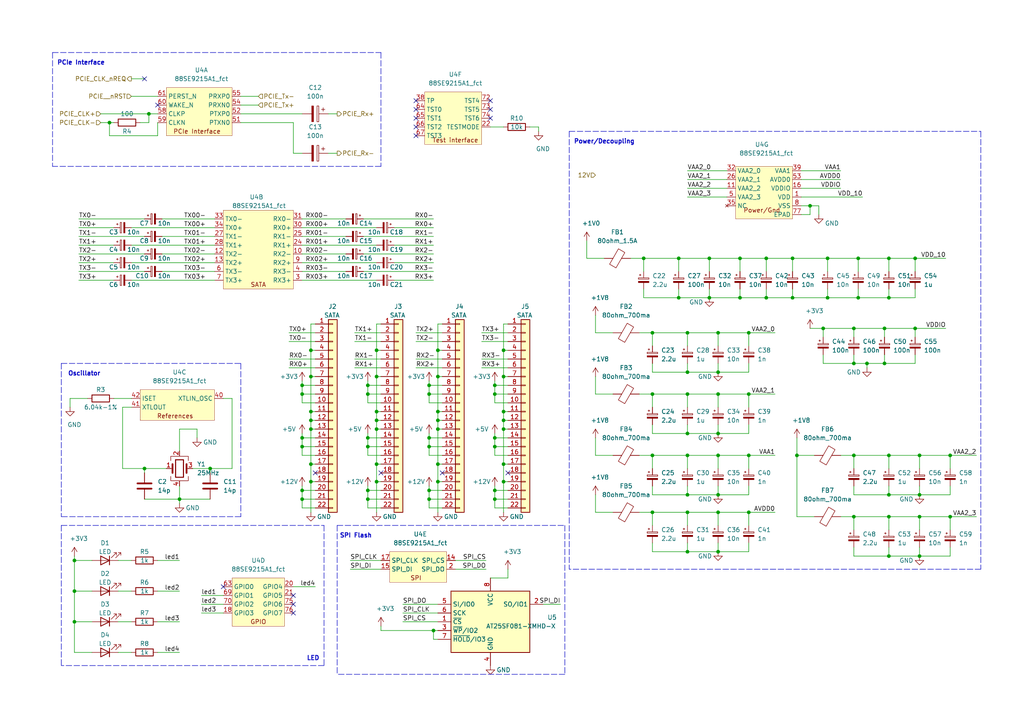
<source format=kicad_sch>
(kicad_sch (version 20211123) (generator eeschema)

  (uuid 0ea80abc-6a04-42d0-a24f-f399e659182a)

  (paper "A4")

  

  (junction (at 205.74 86.36) (diameter 0.9144) (color 0 0 0 0)
    (uuid 05a3fd88-c58e-4323-96ff-70847ec682b8)
  )
  (junction (at 90.17 109.22) (diameter 0.9144) (color 0 0 0 0)
    (uuid 060a9d78-785b-4e95-9f27-c70c9bd79368)
  )
  (junction (at 217.17 148.59) (diameter 0.9144) (color 0 0 0 0)
    (uuid 067b3699-1a46-41cc-9c7c-3cbbde83e2fb)
  )
  (junction (at 127 134.62) (diameter 0.9144) (color 0 0 0 0)
    (uuid 07ea9fe0-fccf-4161-ae79-4bb53994d273)
  )
  (junction (at 87.63 144.78) (diameter 0.9144) (color 0 0 0 0)
    (uuid 0816bee4-5935-4741-bd0f-c370f413b02b)
  )
  (junction (at 143.51 114.3) (diameter 0.9144) (color 0 0 0 0)
    (uuid 101131db-475d-4275-89d4-ac43ee9a25d5)
  )
  (junction (at 106.68 144.78) (diameter 0.9144) (color 0 0 0 0)
    (uuid 115c2483-0d3d-4658-9c56-55683456b2f9)
  )
  (junction (at 109.22 101.6) (diameter 0.9144) (color 0 0 0 0)
    (uuid 133e4738-5308-4c8f-a278-ff3a4b573a42)
  )
  (junction (at 208.28 107.95) (diameter 0.9144) (color 0 0 0 0)
    (uuid 134ebdd2-d265-4b1a-8213-3e042a51f566)
  )
  (junction (at 143.51 129.54) (diameter 0.9144) (color 0 0 0 0)
    (uuid 15849db9-220e-4afd-b7a0-07e5cbc925e5)
  )
  (junction (at 106.68 142.24) (diameter 0.9144) (color 0 0 0 0)
    (uuid 1807c891-5ccf-491b-b7cb-6605d0030f30)
  )
  (junction (at 257.81 161.29) (diameter 0.9144) (color 0 0 0 0)
    (uuid 199f157d-6f84-41da-be4c-6e21ffdc4f00)
  )
  (junction (at 247.65 149.86) (diameter 0.9144) (color 0 0 0 0)
    (uuid 1e153892-978d-4400-8801-39c4a5561d8b)
  )
  (junction (at 256.54 105.41) (diameter 0.9144) (color 0 0 0 0)
    (uuid 25f3023a-0b40-4b57-b672-1aea8836d4eb)
  )
  (junction (at 90.17 121.92) (diameter 0.9144) (color 0 0 0 0)
    (uuid 260c26af-1e30-4624-94a4-7cbfebc53f93)
  )
  (junction (at 146.05 134.62) (diameter 0.9144) (color 0 0 0 0)
    (uuid 2733a655-db42-498b-a705-184e4fe256a3)
  )
  (junction (at 196.85 74.93) (diameter 0.9144) (color 0 0 0 0)
    (uuid 29ec1054-96e5-4371-8fe7-f31c027b27f9)
  )
  (junction (at 90.17 119.38) (diameter 0.9144) (color 0 0 0 0)
    (uuid 2b5ef57e-9829-4c8c-a772-0c450fa178e8)
  )
  (junction (at 87.63 142.24) (diameter 0.9144) (color 0 0 0 0)
    (uuid 2ca7d35c-f03b-45eb-bc5e-72292d02981d)
  )
  (junction (at 106.68 111.76) (diameter 0.9144) (color 0 0 0 0)
    (uuid 2d9bce5f-b18b-47a2-9654-99086bc7c8ca)
  )
  (junction (at 222.25 74.93) (diameter 0.9144) (color 0 0 0 0)
    (uuid 2dd2edde-b79d-4ec7-87aa-5955ab5302f8)
  )
  (junction (at 143.51 144.78) (diameter 0.9144) (color 0 0 0 0)
    (uuid 31fb150b-1634-44a3-bbf0-4f27407886b5)
  )
  (junction (at 127 101.6) (diameter 0.9144) (color 0 0 0 0)
    (uuid 32152384-5f30-4790-a5a7-40a77da6c53b)
  )
  (junction (at 208.28 132.08) (diameter 0.9144) (color 0 0 0 0)
    (uuid 32f61989-73fd-4834-bc42-216f4a71d9ad)
  )
  (junction (at 266.7 149.86) (diameter 0.9144) (color 0 0 0 0)
    (uuid 33112a1f-3ef4-4453-945b-eafb5950befb)
  )
  (junction (at 109.22 119.38) (diameter 0.9144) (color 0 0 0 0)
    (uuid 3472ac51-2496-4774-b525-ca48b4eac389)
  )
  (junction (at 127 139.7) (diameter 0.9144) (color 0 0 0 0)
    (uuid 34f494d3-f727-4e92-b04b-bb02d398ea06)
  )
  (junction (at 60.96 135.89) (diameter 0.9144) (color 0 0 0 0)
    (uuid 3585a139-cfc6-4b57-99ce-0163d84caa4b)
  )
  (junction (at 189.23 148.59) (diameter 0.9144) (color 0 0 0 0)
    (uuid 393f0e56-c2d5-4ea4-8463-50265bc94d2d)
  )
  (junction (at 124.46 144.78) (diameter 0.9144) (color 0 0 0 0)
    (uuid 3a43f2ef-4839-435a-bede-c90252339a51)
  )
  (junction (at 186.69 74.93) (diameter 0.9144) (color 0 0 0 0)
    (uuid 3b6b0ef8-cb49-4806-a385-9d93130ffdc0)
  )
  (junction (at 256.54 95.25) (diameter 0.9144) (color 0 0 0 0)
    (uuid 453a77ad-fac0-4cd4-9fca-6e04f8cfa3e5)
  )
  (junction (at 208.28 114.3) (diameter 0.9144) (color 0 0 0 0)
    (uuid 46988679-cc79-4024-bbc1-b1f167609765)
  )
  (junction (at 208.28 96.52) (diameter 0.9144) (color 0 0 0 0)
    (uuid 48c77641-1046-44b0-bae8-52da953ea633)
  )
  (junction (at 146.05 139.7) (diameter 0.9144) (color 0 0 0 0)
    (uuid 5006a2d1-be56-41dc-888f-67fb86bea03b)
  )
  (junction (at 229.87 86.36) (diameter 0.9144) (color 0 0 0 0)
    (uuid 57f6b820-62fa-4d98-887a-d2a380a76964)
  )
  (junction (at 124.46 114.3) (diameter 0.9144) (color 0 0 0 0)
    (uuid 584970dc-5538-419b-b998-8d8d4ada798f)
  )
  (junction (at 238.76 95.25) (diameter 0.9144) (color 0 0 0 0)
    (uuid 5879090f-e6ed-48e6-a17d-670ffa2c5461)
  )
  (junction (at 106.68 114.3) (diameter 0.9144) (color 0 0 0 0)
    (uuid 5cfef867-dff5-4abc-9cf1-6fa8f45eaef2)
  )
  (junction (at 251.46 105.41) (diameter 0.9144) (color 0 0 0 0)
    (uuid 5d0be09d-133e-4cac-b0d8-fd336835cc6c)
  )
  (junction (at 199.39 107.95) (diameter 0.9144) (color 0 0 0 0)
    (uuid 5e066231-f8d2-43bf-bff3-80c6fb0c9c86)
  )
  (junction (at 199.39 114.3) (diameter 0.9144) (color 0 0 0 0)
    (uuid 61dc775a-14c7-4cce-be48-c5d6e8045697)
  )
  (junction (at 214.63 86.36) (diameter 0.9144) (color 0 0 0 0)
    (uuid 6228b587-c759-4f5a-aee2-44d44c696a08)
  )
  (junction (at 217.17 114.3) (diameter 0.9144) (color 0 0 0 0)
    (uuid 638492c1-39c4-4e69-a3a1-232b324e5b21)
  )
  (junction (at 247.65 95.25) (diameter 0.9144) (color 0 0 0 0)
    (uuid 649e27c1-a08d-4446-a16b-cdabdc592f17)
  )
  (junction (at 257.81 149.86) (diameter 0.9144) (color 0 0 0 0)
    (uuid 651c91fd-ec54-4600-b738-56cbf235205c)
  )
  (junction (at 248.92 74.93) (diameter 0.9144) (color 0 0 0 0)
    (uuid 660190eb-2890-4958-8da2-d63590e8e03c)
  )
  (junction (at 199.39 143.51) (diameter 0.9144) (color 0 0 0 0)
    (uuid 6640c556-30bc-4fc7-a797-35ec65cf0f77)
  )
  (junction (at 87.63 129.54) (diameter 0.9144) (color 0 0 0 0)
    (uuid 6792a032-9256-487f-aa0b-8c689e242f4e)
  )
  (junction (at 109.22 109.22) (diameter 0.9144) (color 0 0 0 0)
    (uuid 6bcc4470-6fe4-4c8d-ba29-7eeb8005d7fa)
  )
  (junction (at 240.03 86.36) (diameter 0.9144) (color 0 0 0 0)
    (uuid 6f172490-e7c3-45a0-aafa-f94d5c12df3c)
  )
  (junction (at 146.05 109.22) (diameter 0.9144) (color 0 0 0 0)
    (uuid 6f9f8538-0b96-4eb3-a978-1c7439c0e8bf)
  )
  (junction (at 31.75 35.56) (diameter 0.9144) (color 0 0 0 0)
    (uuid 7131ee3d-de36-4b6f-a391-6695d97d81c2)
  )
  (junction (at 217.17 96.52) (diameter 0.9144) (color 0 0 0 0)
    (uuid 72f86fac-1de9-4853-b551-bbe9529da2a3)
  )
  (junction (at 247.65 105.41) (diameter 0.9144) (color 0 0 0 0)
    (uuid 783d99f0-9b1b-482f-8119-337c4a520061)
  )
  (junction (at 199.39 125.73) (diameter 0.9144) (color 0 0 0 0)
    (uuid 7a6f4622-4213-4c81-84d2-b9b224d2a864)
  )
  (junction (at 257.81 132.08) (diameter 0.9144) (color 0 0 0 0)
    (uuid 7a961303-0ee0-4514-9c41-71f7612da80d)
  )
  (junction (at 208.28 160.02) (diameter 0.9144) (color 0 0 0 0)
    (uuid 7f180349-2cf1-4faf-8ede-f82101d0fa01)
  )
  (junction (at 199.39 160.02) (diameter 0.9144) (color 0 0 0 0)
    (uuid 80cb90dd-8449-449f-bec1-5e371021e295)
  )
  (junction (at 124.46 127) (diameter 0.9144) (color 0 0 0 0)
    (uuid 825fbe04-7d0f-48c0-b196-0082d6b05859)
  )
  (junction (at 189.23 96.52) (diameter 0.9144) (color 0 0 0 0)
    (uuid 838ac53b-3ec1-4b97-9af6-c64a64ade18e)
  )
  (junction (at 109.22 139.7) (diameter 0.9144) (color 0 0 0 0)
    (uuid 85ce4d4c-d093-4323-9a04-70d33e2d6c7e)
  )
  (junction (at 247.65 132.08) (diameter 0.9144) (color 0 0 0 0)
    (uuid 8967a184-9ee6-4ceb-8e38-09ca452dd23c)
  )
  (junction (at 109.22 124.46) (diameter 0.9144) (color 0 0 0 0)
    (uuid 8d2043d0-1e2a-47a8-b40c-1d3c6b8242cf)
  )
  (junction (at 87.63 127) (diameter 0.9144) (color 0 0 0 0)
    (uuid 8d6a069f-4023-40e5-b77a-c447eb7c2730)
  )
  (junction (at 87.63 111.76) (diameter 0.9144) (color 0 0 0 0)
    (uuid 8e2a2f6b-8167-4ac5-b2a6-8fefc2e5007d)
  )
  (junction (at 265.43 74.93) (diameter 0.9144) (color 0 0 0 0)
    (uuid 8e865536-7e57-40b8-97a2-c3d4b4b14caf)
  )
  (junction (at 275.59 132.08) (diameter 0.9144) (color 0 0 0 0)
    (uuid 91c9976e-33f3-4776-850e-36ee5d251977)
  )
  (junction (at 41.91 135.89) (diameter 0.9144) (color 0 0 0 0)
    (uuid 91d0ac33-7c52-4428-ba83-8720a383522c)
  )
  (junction (at 275.59 149.86) (diameter 0.9144) (color 0 0 0 0)
    (uuid 97c50482-6541-4532-8eba-6810ebff5ba3)
  )
  (junction (at 127 121.92) (diameter 0.9144) (color 0 0 0 0)
    (uuid 98fdaaa4-ab6c-4567-b372-3bc94fd81e5f)
  )
  (junction (at 87.63 114.3) (diameter 0.9144) (color 0 0 0 0)
    (uuid 9aa4051b-5d8e-420b-bd92-028862775303)
  )
  (junction (at 217.17 132.08) (diameter 0.9144) (color 0 0 0 0)
    (uuid 9bbfc9f6-2a80-4dea-9ff5-2759035e5aa6)
  )
  (junction (at 222.25 86.36) (diameter 0.9144) (color 0 0 0 0)
    (uuid 9bf78976-ad42-44da-b016-b92a04213a48)
  )
  (junction (at 124.46 142.24) (diameter 0.9144) (color 0 0 0 0)
    (uuid 9c81b9e4-c3e8-4c27-acdb-80b385e836a7)
  )
  (junction (at 106.68 129.54) (diameter 0.9144) (color 0 0 0 0)
    (uuid 9d460f71-ca89-4f90-b952-20c79bec7158)
  )
  (junction (at 266.7 161.29) (diameter 0.9144) (color 0 0 0 0)
    (uuid 9d48d597-b34c-4d62-95c8-00458414359f)
  )
  (junction (at 208.28 143.51) (diameter 0.9144) (color 0 0 0 0)
    (uuid 9e494106-9748-4063-aab8-1d81407059de)
  )
  (junction (at 124.46 129.54) (diameter 0.9144) (color 0 0 0 0)
    (uuid 9e72b1b6-3005-465f-b29c-9fb2358144c7)
  )
  (junction (at 21.59 162.56) (diameter 0.9144) (color 0 0 0 0)
    (uuid 9fa8af66-62ad-41ac-afee-78344131d7e2)
  )
  (junction (at 199.39 148.59) (diameter 0.9144) (color 0 0 0 0)
    (uuid a18da1d6-412f-494b-867d-28a1d0ab5318)
  )
  (junction (at 90.17 139.7) (diameter 0.9144) (color 0 0 0 0)
    (uuid a277cb94-54f4-4201-9b19-13124e8120b4)
  )
  (junction (at 127 124.46) (diameter 0.9144) (color 0 0 0 0)
    (uuid a86ebb7d-c08b-41a3-932e-4967a39ce5f9)
  )
  (junction (at 257.81 143.51) (diameter 0.9144) (color 0 0 0 0)
    (uuid aa1a0bd5-2e16-4ae4-84c6-ff71de2d0c53)
  )
  (junction (at 21.59 180.34) (diameter 0.9144) (color 0 0 0 0)
    (uuid aa95d6eb-61a1-46de-9823-1ac851e53563)
  )
  (junction (at 214.63 74.93) (diameter 0.9144) (color 0 0 0 0)
    (uuid abaf0800-b23b-4bb1-9bdf-6551a3604128)
  )
  (junction (at 265.43 95.25) (diameter 0.9144) (color 0 0 0 0)
    (uuid acbae352-7edb-481c-9de1-1fbd99403011)
  )
  (junction (at 124.46 111.76) (diameter 0.9144) (color 0 0 0 0)
    (uuid accfea22-0220-4bfc-bc57-88d0ba04c651)
  )
  (junction (at 208.28 148.59) (diameter 0.9144) (color 0 0 0 0)
    (uuid af4061e0-2fb3-421c-9efe-82e8563650d9)
  )
  (junction (at 231.14 132.08) (diameter 0.9144) (color 0 0 0 0)
    (uuid b04080e5-2876-4809-b8eb-6b6d5549c662)
  )
  (junction (at 21.59 171.45) (diameter 0.9144) (color 0 0 0 0)
    (uuid b1dad93c-ba77-40bd-9b75-65e2d6f9b5a1)
  )
  (junction (at 257.81 74.93) (diameter 0.9144) (color 0 0 0 0)
    (uuid b217b8c4-9da3-40f9-a62d-8788048abf37)
  )
  (junction (at 43.18 33.02) (diameter 0.9144) (color 0 0 0 0)
    (uuid b4180bb0-8dc9-48ec-9931-26e9377a82e1)
  )
  (junction (at 189.23 114.3) (diameter 0.9144) (color 0 0 0 0)
    (uuid b7d17bac-1e38-46d5-a98a-e0926b878e04)
  )
  (junction (at 257.81 86.36) (diameter 0.9144) (color 0 0 0 0)
    (uuid b85d8111-c66c-4649-8ef3-173324d8dc2f)
  )
  (junction (at 146.05 121.92) (diameter 0.9144) (color 0 0 0 0)
    (uuid b908b981-26a7-43ab-bb19-96137e6f2a5a)
  )
  (junction (at 199.39 96.52) (diameter 0.9144) (color 0 0 0 0)
    (uuid bc234a96-8e81-44f9-b2e6-4514c92af46f)
  )
  (junction (at 143.51 142.24) (diameter 0.9144) (color 0 0 0 0)
    (uuid c0cb9ac4-a13f-4ce2-8aea-f334c934d5b3)
  )
  (junction (at 143.51 111.76) (diameter 0.9144) (color 0 0 0 0)
    (uuid c36e7618-99ac-4188-82ad-148b9401ee0f)
  )
  (junction (at 106.68 127) (diameter 0.9144) (color 0 0 0 0)
    (uuid c6f64293-5e29-4afa-8644-d8f9ea3d34e8)
  )
  (junction (at 52.07 144.78) (diameter 0.9144) (color 0 0 0 0)
    (uuid c89b3dc0-3882-490a-b628-aad226ceaf7d)
  )
  (junction (at 240.03 74.93) (diameter 0.9144) (color 0 0 0 0)
    (uuid c92ed306-89e5-432e-9a6e-eb8c5772ee7a)
  )
  (junction (at 266.7 132.08) (diameter 0.9144) (color 0 0 0 0)
    (uuid ca6bed28-5471-4a76-b6aa-41bb1fbae087)
  )
  (junction (at 90.17 124.46) (diameter 0.9144) (color 0 0 0 0)
    (uuid ca9b4264-1527-4eb9-9c4a-0f8f3219656b)
  )
  (junction (at 189.23 132.08) (diameter 0.9144) (color 0 0 0 0)
    (uuid caaf1f33-3031-4927-a17d-4cf530ad7fd5)
  )
  (junction (at 146.05 101.6) (diameter 0.9144) (color 0 0 0 0)
    (uuid cb65e3b7-af7c-4e91-bec7-ee202fea2815)
  )
  (junction (at 125.73 182.88) (diameter 0.9144) (color 0 0 0 0)
    (uuid ce81dad1-984f-418b-94c3-c50892ce4eaf)
  )
  (junction (at 146.05 124.46) (diameter 0.9144) (color 0 0 0 0)
    (uuid d05ca12a-32d4-4c55-95ec-69bfada58ba7)
  )
  (junction (at 146.05 119.38) (diameter 0.9144) (color 0 0 0 0)
    (uuid d2551b77-8cbc-4e7a-af3b-fc16fb61dc91)
  )
  (junction (at 266.7 143.51) (diameter 0.9144) (color 0 0 0 0)
    (uuid d8e5be0d-d98f-406a-bb3b-e2b68228703b)
  )
  (junction (at 109.22 134.62) (diameter 0.9144) (color 0 0 0 0)
    (uuid d916b305-a832-4de9-944b-164deaf38300)
  )
  (junction (at 90.17 134.62) (diameter 0.9144) (color 0 0 0 0)
    (uuid dd7274bb-36be-4baa-903e-939c1f1b99f6)
  )
  (junction (at 90.17 101.6) (diameter 0.9144) (color 0 0 0 0)
    (uuid e06f99ab-70c9-48e0-9786-de35bc5b9bdc)
  )
  (junction (at 234.95 59.69) (diameter 0.9144) (color 0 0 0 0)
    (uuid e23e042d-8f92-4013-8975-7e4b18e4c81f)
  )
  (junction (at 143.51 127) (diameter 0.9144) (color 0 0 0 0)
    (uuid e2438ac6-18fb-4b36-bec6-4ea332ad0f99)
  )
  (junction (at 127 109.22) (diameter 0.9144) (color 0 0 0 0)
    (uuid e37b0ec1-e6e0-41cc-abe1-ad47cc32e2d2)
  )
  (junction (at 127 119.38) (diameter 0.9144) (color 0 0 0 0)
    (uuid e48d619a-e38f-4825-9d22-87e3b38d9c99)
  )
  (junction (at 196.85 86.36) (diameter 0.9144) (color 0 0 0 0)
    (uuid e62f9cc5-f046-442e-9360-e5ca54404aa5)
  )
  (junction (at 208.28 125.73) (diameter 0.9144) (color 0 0 0 0)
    (uuid e8276875-e9c3-4942-8dc8-97d96e3f05f5)
  )
  (junction (at 205.74 74.93) (diameter 0.9144) (color 0 0 0 0)
    (uuid ea399d10-1f30-4eb9-af71-91adeba50151)
  )
  (junction (at 229.87 74.93) (diameter 0.9144) (color 0 0 0 0)
    (uuid f5496577-1f0e-43c4-b7b1-d474695074a1)
  )
  (junction (at 109.22 121.92) (diameter 0.9144) (color 0 0 0 0)
    (uuid f69e205d-71f1-4bed-8e46-d37fa1b7672f)
  )
  (junction (at 199.39 132.08) (diameter 0.9144) (color 0 0 0 0)
    (uuid f86cba30-221c-4482-a722-9565a7604bea)
  )
  (junction (at 248.92 86.36) (diameter 0.9144) (color 0 0 0 0)
    (uuid ff5ead9b-37b8-4bc9-9ac4-39775f57c6cf)
  )

  (no_connect (at 120.65 36.83) (uuid 1a876608-356f-4851-a017-12b4102ae254))
  (no_connect (at 147.32 137.16) (uuid 1f71a2a4-252b-4e7a-b80e-5e85717dad20))
  (no_connect (at 64.77 170.18) (uuid 25767dba-890b-4d3d-80f2-1f550875783f))
  (no_connect (at 91.44 137.16) (uuid 2b0c669d-cfc5-4260-a4c8-cb9cd528e6da))
  (no_connect (at 120.65 34.29) (uuid 30310310-3de8-4d44-b2c1-d6d37838a3d8))
  (no_connect (at 120.65 31.75) (uuid 39f6f276-2d46-4e3e-ab0a-d8183a193489))
  (no_connect (at 85.09 175.26) (uuid 3cd83329-dd82-4462-9077-ddafee2089e7))
  (no_connect (at 142.24 31.75) (uuid 3daa65f0-53db-4ff6-b6a7-4484dabe2544))
  (no_connect (at 120.65 29.21) (uuid 4d21f28c-2a57-4275-b15f-fcd09bf6c4ed))
  (no_connect (at 85.09 177.8) (uuid 50e01ff5-2b78-4646-a59d-7ca2dea26254))
  (no_connect (at 128.27 137.16) (uuid 6af83b01-947f-4cf9-8fd0-e9a80329457c))
  (no_connect (at 142.24 29.21) (uuid 9f896d38-48df-4e40-9ab6-e8fa0f83f4dd))
  (no_connect (at 85.09 172.72) (uuid b655d339-7968-4d3b-8e06-a4c670de72c6))
  (no_connect (at 41.91 22.86) (uuid b903a9df-56a9-456f-87c0-71a6be1688eb))
  (no_connect (at 45.72 30.48) (uuid bb182631-094e-4484-ac51-1df6f3b3f390))
  (no_connect (at 142.24 34.29) (uuid c6046c91-ca96-4f7a-8819-4739af7c4e54))
  (no_connect (at 110.49 137.16) (uuid c81c5304-c732-44ee-997c-c84228d88fd9))
  (no_connect (at 120.65 39.37) (uuid e98cb26f-e9d8-452e-8849-9e1bd7858f3a))

  (wire (pts (xy 128.27 147.32) (xy 124.46 147.32))
    (stroke (width 0) (type solid) (color 0 0 0 0))
    (uuid 0036f854-e461-4df7-b25f-bcd240b875e8)
  )
  (wire (pts (xy 109.22 119.38) (xy 110.49 119.38))
    (stroke (width 0) (type solid) (color 0 0 0 0))
    (uuid 02e8c08a-90f1-4905-8650-34b631433c33)
  )
  (polyline (pts (xy 93.98 193.04) (xy 17.78 193.04))
    (stroke (width 0) (type dash) (color 0 0 0 0))
    (uuid 02f07c22-4da2-489b-9b17-473ba353c08c)
  )

  (wire (pts (xy 110.49 147.32) (xy 106.68 147.32))
    (stroke (width 0) (type solid) (color 0 0 0 0))
    (uuid 0349fd09-2910-4c53-9385-6d0a141e9f9d)
  )
  (wire (pts (xy 243.84 132.08) (xy 247.65 132.08))
    (stroke (width 0) (type solid) (color 0 0 0 0))
    (uuid 03d3bd3b-7067-4ab4-b596-cfd0763df22a)
  )
  (wire (pts (xy 128.27 132.08) (xy 124.46 132.08))
    (stroke (width 0) (type solid) (color 0 0 0 0))
    (uuid 0461d9d1-17ac-401a-ba7e-5846c644381e)
  )
  (wire (pts (xy 21.59 171.45) (xy 21.59 180.34))
    (stroke (width 0) (type solid) (color 0 0 0 0))
    (uuid 04e77528-233c-4e4b-a0f7-47c350333a48)
  )
  (wire (pts (xy 67.31 135.89) (xy 67.31 115.57))
    (stroke (width 0) (type solid) (color 0 0 0 0))
    (uuid 05708ace-5e42-49e3-b44b-a45edc2c8449)
  )
  (polyline (pts (xy 163.83 152.4) (xy 163.83 195.58))
    (stroke (width 0) (type dash) (color 0 0 0 0))
    (uuid 0586c8ec-01b4-4015-9b7f-560bc2fc7fd6)
  )

  (wire (pts (xy 222.25 86.36) (xy 214.63 86.36))
    (stroke (width 0) (type solid) (color 0 0 0 0))
    (uuid 06ac76cb-4f83-453c-8a43-de17b7f3b076)
  )
  (wire (pts (xy 109.22 109.22) (xy 110.49 109.22))
    (stroke (width 0) (type solid) (color 0 0 0 0))
    (uuid 0815cf45-fce4-460a-a26a-0e013ce45726)
  )
  (wire (pts (xy 199.39 54.61) (xy 210.82 54.61))
    (stroke (width 0) (type solid) (color 0 0 0 0))
    (uuid 0848f461-131f-4aa9-a11f-f1ac82e901bb)
  )
  (wire (pts (xy 128.27 93.98) (xy 127 93.98))
    (stroke (width 0) (type solid) (color 0 0 0 0))
    (uuid 08aca154-9110-4ea6-90db-1082cc2fc37f)
  )
  (wire (pts (xy 110.49 93.98) (xy 109.22 93.98))
    (stroke (width 0) (type solid) (color 0 0 0 0))
    (uuid 08bd0623-0506-4091-a63a-82bec937d106)
  )
  (wire (pts (xy 199.39 105.41) (xy 199.39 107.95))
    (stroke (width 0) (type solid) (color 0 0 0 0))
    (uuid 0a92688d-dba2-4141-82c6-2f49e3adaa71)
  )
  (wire (pts (xy 124.46 129.54) (xy 124.46 127))
    (stroke (width 0) (type solid) (color 0 0 0 0))
    (uuid 0b9c8ba0-f9ed-466d-a81a-155362e12477)
  )
  (wire (pts (xy 247.65 132.08) (xy 247.65 135.89))
    (stroke (width 0) (type solid) (color 0 0 0 0))
    (uuid 0c8e8786-b58e-4e64-a4e2-0dcc4be725d7)
  )
  (wire (pts (xy 21.59 180.34) (xy 21.59 189.23))
    (stroke (width 0) (type solid) (color 0 0 0 0))
    (uuid 0e804f73-4257-4cf9-bcc9-7595de7e5165)
  )
  (wire (pts (xy 90.17 101.6) (xy 91.44 101.6))
    (stroke (width 0) (type solid) (color 0 0 0 0))
    (uuid 0ee4696c-4252-4263-9103-6fc1cde937a8)
  )
  (wire (pts (xy 231.14 132.08) (xy 231.14 149.86))
    (stroke (width 0) (type solid) (color 0 0 0 0))
    (uuid 0f3e17bf-1037-495a-96b3-6737a70187bf)
  )
  (wire (pts (xy 217.17 132.08) (xy 224.79 132.08))
    (stroke (width 0) (type solid) (color 0 0 0 0))
    (uuid 0fbfc11c-8a59-4f27-b002-921a616375b3)
  )
  (polyline (pts (xy 69.85 105.41) (xy 69.85 149.86))
    (stroke (width 0) (type dash) (color 0 0 0 0))
    (uuid 10e05db8-5bbe-419a-8445-353b20f1e94e)
  )

  (wire (pts (xy 205.74 86.36) (xy 214.63 86.36))
    (stroke (width 0) (type solid) (color 0 0 0 0))
    (uuid 10f53ebd-9038-4b04-8463-fed7fa84e990)
  )
  (wire (pts (xy 208.28 143.51) (xy 217.17 143.51))
    (stroke (width 0) (type solid) (color 0 0 0 0))
    (uuid 114be0eb-5121-41e4-a632-372af0aa912c)
  )
  (wire (pts (xy 127 134.62) (xy 127 124.46))
    (stroke (width 0) (type solid) (color 0 0 0 0))
    (uuid 119088ec-bb09-4224-8786-58c58a95e50f)
  )
  (wire (pts (xy 35.56 118.11) (xy 35.56 135.89))
    (stroke (width 0) (type solid) (color 0 0 0 0))
    (uuid 11db1f41-ce5a-45eb-aa25-0eb38bf0fd06)
  )
  (wire (pts (xy 91.44 124.46) (xy 90.17 124.46))
    (stroke (width 0) (type solid) (color 0 0 0 0))
    (uuid 12ba041b-8d93-4bda-a31c-c0c9b7e5a457)
  )
  (wire (pts (xy 248.92 74.93) (xy 240.03 74.93))
    (stroke (width 0) (type solid) (color 0 0 0 0))
    (uuid 12e23376-8475-47ab-96fc-22a1ce917ac6)
  )
  (wire (pts (xy 38.1 27.94) (xy 45.72 27.94))
    (stroke (width 0) (type solid) (color 0 0 0 0))
    (uuid 13acb44a-a30d-408d-81a3-4e205959d5c2)
  )
  (wire (pts (xy 247.65 158.75) (xy 247.65 161.29))
    (stroke (width 0) (type solid) (color 0 0 0 0))
    (uuid 13ed4c1e-c2c4-4435-984f-b62e80879c24)
  )
  (wire (pts (xy 189.23 105.41) (xy 189.23 107.95))
    (stroke (width 0) (type solid) (color 0 0 0 0))
    (uuid 1422d1da-75b3-4f0a-8908-78d0c3564cfb)
  )
  (wire (pts (xy 156.21 36.83) (xy 153.67 36.83))
    (stroke (width 0) (type solid) (color 0 0 0 0))
    (uuid 1527a3e2-77e8-4974-881d-5693b03cf6f8)
  )
  (wire (pts (xy 146.05 134.62) (xy 146.05 124.46))
    (stroke (width 0) (type solid) (color 0 0 0 0))
    (uuid 1582591c-8b67-4c94-a10c-89d2716b02c9)
  )
  (polyline (pts (xy 165.1 38.1) (xy 165.1 165.1))
    (stroke (width 0) (type dash) (color 0 0 0 0))
    (uuid 15e4674b-7a72-411e-a33c-83977ac3e07f)
  )

  (wire (pts (xy 87.63 110.49) (xy 87.63 111.76))
    (stroke (width 0) (type solid) (color 0 0 0 0))
    (uuid 161d522e-2afd-4814-9220-88d63a9d1854)
  )
  (wire (pts (xy 229.87 74.93) (xy 222.25 74.93))
    (stroke (width 0) (type solid) (color 0 0 0 0))
    (uuid 16a10004-e451-41c9-b989-af8ab47d12b4)
  )
  (wire (pts (xy 208.28 157.48) (xy 208.28 160.02))
    (stroke (width 0) (type solid) (color 0 0 0 0))
    (uuid 1768dc5d-8757-4ec0-8366-24bc67dc47bf)
  )
  (wire (pts (xy 266.7 132.08) (xy 275.59 132.08))
    (stroke (width 0) (type solid) (color 0 0 0 0))
    (uuid 17951fc8-b9e1-43e3-b40a-02f7fb69ebaa)
  )
  (wire (pts (xy 257.81 149.86) (xy 257.81 153.67))
    (stroke (width 0) (type solid) (color 0 0 0 0))
    (uuid 188d165f-b6b9-4a2b-b5d2-d7b0f80ac372)
  )
  (wire (pts (xy 247.65 105.41) (xy 251.46 105.41))
    (stroke (width 0) (type solid) (color 0 0 0 0))
    (uuid 19f3b9f0-4ab5-4295-a3ad-4d7e365b89df)
  )
  (wire (pts (xy 109.22 109.22) (xy 109.22 119.38))
    (stroke (width 0) (type solid) (color 0 0 0 0))
    (uuid 1a1cd2d1-23b0-4733-8184-75a93a6a56af)
  )
  (wire (pts (xy 189.23 143.51) (xy 199.39 143.51))
    (stroke (width 0) (type solid) (color 0 0 0 0))
    (uuid 1a53dd90-5764-46c9-a6c4-b3bb699b648b)
  )
  (wire (pts (xy 143.51 129.54) (xy 143.51 127))
    (stroke (width 0) (type solid) (color 0 0 0 0))
    (uuid 1a727070-ea4b-46ce-aa40-bfcda51f108d)
  )
  (wire (pts (xy 90.17 109.22) (xy 90.17 119.38))
    (stroke (width 0) (type solid) (color 0 0 0 0))
    (uuid 1b1772bd-cef4-4c4a-90d2-fa8edd10a56e)
  )
  (wire (pts (xy 208.28 107.95) (xy 217.17 107.95))
    (stroke (width 0) (type solid) (color 0 0 0 0))
    (uuid 1b6a5f5e-ce8c-4b10-b2eb-c36e73568408)
  )
  (wire (pts (xy 87.63 125.73) (xy 87.63 127))
    (stroke (width 0) (type solid) (color 0 0 0 0))
    (uuid 1b9ec279-f2dc-43a0-8df2-dbeffe8f4f5a)
  )
  (wire (pts (xy 52.07 144.78) (xy 52.07 146.05))
    (stroke (width 0) (type solid) (color 0 0 0 0))
    (uuid 1cba671b-4b9c-4888-b98a-351b121a52a6)
  )
  (polyline (pts (xy 284.48 165.1) (xy 165.1 165.1))
    (stroke (width 0) (type dash) (color 0 0 0 0))
    (uuid 1cf67a66-d3ae-4096-a57a-09ff62d442d7)
  )

  (wire (pts (xy 257.81 83.82) (xy 257.81 86.36))
    (stroke (width 0) (type solid) (color 0 0 0 0))
    (uuid 1d2141c2-f338-4386-9a1b-4e557938993f)
  )
  (wire (pts (xy 265.43 78.74) (xy 265.43 74.93))
    (stroke (width 0) (type solid) (color 0 0 0 0))
    (uuid 1d3767dc-5c65-493e-b1cd-ba2dd7492e3d)
  )
  (wire (pts (xy 247.65 95.25) (xy 256.54 95.25))
    (stroke (width 0) (type solid) (color 0 0 0 0))
    (uuid 1d55fc14-2046-4fea-8b86-e859ed37d3e4)
  )
  (wire (pts (xy 143.51 114.3) (xy 143.51 111.76))
    (stroke (width 0) (type solid) (color 0 0 0 0))
    (uuid 1d898931-4c98-4c22-9769-1b648432f650)
  )
  (wire (pts (xy 33.02 115.57) (xy 38.1 115.57))
    (stroke (width 0) (type solid) (color 0 0 0 0))
    (uuid 1e0f374e-b798-441a-8671-8bdaaf85e234)
  )
  (wire (pts (xy 147.32 114.3) (xy 143.51 114.3))
    (stroke (width 0) (type solid) (color 0 0 0 0))
    (uuid 1e1ee972-931b-4017-be38-47f6d3117aee)
  )
  (wire (pts (xy 172.72 96.52) (xy 172.72 91.44))
    (stroke (width 0) (type solid) (color 0 0 0 0))
    (uuid 1e4a4162-6b1b-41a3-a0e2-4a54a22ea5f2)
  )
  (wire (pts (xy 146.05 109.22) (xy 146.05 119.38))
    (stroke (width 0) (type solid) (color 0 0 0 0))
    (uuid 1e712adc-6911-4533-a9b4-8d7c832ac8a2)
  )
  (wire (pts (xy 208.28 105.41) (xy 208.28 107.95))
    (stroke (width 0) (type solid) (color 0 0 0 0))
    (uuid 1f0e6f2d-e77e-49bf-a7f7-7b1681ce20ff)
  )
  (wire (pts (xy 217.17 114.3) (xy 217.17 118.11))
    (stroke (width 0) (type solid) (color 0 0 0 0))
    (uuid 1f41cb98-f771-4190-9a79-1c072013f02d)
  )
  (wire (pts (xy 110.49 129.54) (xy 106.68 129.54))
    (stroke (width 0) (type solid) (color 0 0 0 0))
    (uuid 1f48cac7-485b-47b0-a91b-b423371e5b97)
  )
  (wire (pts (xy 189.23 132.08) (xy 189.23 135.89))
    (stroke (width 0) (type solid) (color 0 0 0 0))
    (uuid 1ffc2d1a-b79f-491d-8d74-9fbae0461c13)
  )
  (wire (pts (xy 128.27 129.54) (xy 124.46 129.54))
    (stroke (width 0) (type solid) (color 0 0 0 0))
    (uuid 20ac5889-4574-4375-a4cc-92ebe5faf4bb)
  )
  (wire (pts (xy 87.63 116.84) (xy 87.63 114.3))
    (stroke (width 0) (type solid) (color 0 0 0 0))
    (uuid 21fed9e8-0d48-4e4d-9d7c-29fac3291066)
  )
  (wire (pts (xy 127 101.6) (xy 127 109.22))
    (stroke (width 0) (type solid) (color 0 0 0 0))
    (uuid 228f8b8c-0e92-49f7-9a54-2cc26c08c41e)
  )
  (wire (pts (xy 106.68 127) (xy 110.49 127))
    (stroke (width 0) (type solid) (color 0 0 0 0))
    (uuid 22e2a3cf-31ed-42f4-b6ce-e51d47acfb5e)
  )
  (wire (pts (xy 189.23 96.52) (xy 189.23 100.33))
    (stroke (width 0) (type solid) (color 0 0 0 0))
    (uuid 237b282f-136a-4eb1-ae5b-3444e5185d24)
  )
  (wire (pts (xy 247.65 95.25) (xy 247.65 97.79))
    (stroke (width 0) (type solid) (color 0 0 0 0))
    (uuid 23d00918-4d3b-426e-9ded-d1738d924cff)
  )
  (wire (pts (xy 232.41 57.15) (xy 250.19 57.15))
    (stroke (width 0) (type solid) (color 0 0 0 0))
    (uuid 25a6b811-460a-48f9-b789-421ddb866667)
  )
  (wire (pts (xy 186.69 74.93) (xy 186.69 78.74))
    (stroke (width 0) (type solid) (color 0 0 0 0))
    (uuid 26797722-4061-408e-99e3-6e62a3096ba5)
  )
  (wire (pts (xy 217.17 143.51) (xy 217.17 140.97))
    (stroke (width 0) (type solid) (color 0 0 0 0))
    (uuid 26b188f6-1c60-4bbd-ba75-95cc289589ef)
  )
  (wire (pts (xy 91.44 114.3) (xy 87.63 114.3))
    (stroke (width 0) (type solid) (color 0 0 0 0))
    (uuid 272734d5-beeb-4ae7-a77a-35ca67ee4031)
  )
  (wire (pts (xy 87.63 78.74) (xy 100.33 78.74))
    (stroke (width 0) (type solid) (color 0 0 0 0))
    (uuid 2767fc2d-0dde-4f66-9d72-5e7bd4002904)
  )
  (wire (pts (xy 45.72 35.56) (xy 45.72 39.37))
    (stroke (width 0) (type solid) (color 0 0 0 0))
    (uuid 279e118f-7070-42d3-a896-b741103924dd)
  )
  (wire (pts (xy 120.65 104.14) (xy 128.27 104.14))
    (stroke (width 0) (type solid) (color 0 0 0 0))
    (uuid 288a55ce-5042-48c8-8163-04483bc50f72)
  )
  (wire (pts (xy 214.63 74.93) (xy 222.25 74.93))
    (stroke (width 0) (type solid) (color 0 0 0 0))
    (uuid 288bc021-769b-4a18-8aee-6132092e6907)
  )
  (wire (pts (xy 69.85 33.02) (xy 87.63 33.02))
    (stroke (width 0) (type solid) (color 0 0 0 0))
    (uuid 28c1117b-292f-43da-9542-c7f30a9d4310)
  )
  (wire (pts (xy 265.43 95.25) (xy 265.43 97.79))
    (stroke (width 0) (type solid) (color 0 0 0 0))
    (uuid 290cebd9-eb62-433e-980e-cb4b2406be8c)
  )
  (polyline (pts (xy 17.78 105.41) (xy 69.85 105.41))
    (stroke (width 0) (type dash) (color 0 0 0 0))
    (uuid 2abe9fd3-6778-49cd-9f55-d1bf7b7b8e17)
  )

  (wire (pts (xy 34.29 189.23) (xy 38.1 189.23))
    (stroke (width 0) (type solid) (color 0 0 0 0))
    (uuid 2b8fa3f7-f885-4a80-ab20-946aae634258)
  )
  (wire (pts (xy 247.65 149.86) (xy 247.65 153.67))
    (stroke (width 0) (type solid) (color 0 0 0 0))
    (uuid 2d49f190-3d5c-44b9-a6d1-ee1e3e8eff31)
  )
  (wire (pts (xy 43.18 35.56) (xy 40.64 35.56))
    (stroke (width 0) (type solid) (color 0 0 0 0))
    (uuid 2f07a385-0dbc-4038-8276-12dc4188fb85)
  )
  (wire (pts (xy 106.68 125.73) (xy 106.68 127))
    (stroke (width 0) (type solid) (color 0 0 0 0))
    (uuid 2f16171c-0e69-4990-8bbb-6f310a33ed98)
  )
  (wire (pts (xy 46.99 73.66) (xy 62.23 73.66))
    (stroke (width 0) (type solid) (color 0 0 0 0))
    (uuid 2f757aef-9ba2-437e-990b-b08af0d6224a)
  )
  (wire (pts (xy 109.22 139.7) (xy 109.22 148.59))
    (stroke (width 0) (type solid) (color 0 0 0 0))
    (uuid 2f78b2b7-2c91-4e42-961d-240f613a40eb)
  )
  (wire (pts (xy 45.72 189.23) (xy 52.07 189.23))
    (stroke (width 0) (type solid) (color 0 0 0 0))
    (uuid 3085347e-b655-4f8c-846e-d0d585b53b3b)
  )
  (wire (pts (xy 90.17 139.7) (xy 90.17 134.62))
    (stroke (width 0) (type solid) (color 0 0 0 0))
    (uuid 30b2286a-33eb-4b61-a6f3-b69980a26bd8)
  )
  (wire (pts (xy 146.05 124.46) (xy 146.05 121.92))
    (stroke (width 0) (type solid) (color 0 0 0 0))
    (uuid 30ff4b22-0420-463c-96f0-6ed05180031b)
  )
  (wire (pts (xy 146.05 119.38) (xy 146.05 121.92))
    (stroke (width 0) (type solid) (color 0 0 0 0))
    (uuid 316d7f1d-b79c-4a56-be16-9f16f1c94c7e)
  )
  (wire (pts (xy 21.59 162.56) (xy 21.59 171.45))
    (stroke (width 0) (type solid) (color 0 0 0 0))
    (uuid 32b5217e-f32b-4b48-9584-a28b8f92917a)
  )
  (wire (pts (xy 105.41 63.5) (xy 125.73 63.5))
    (stroke (width 0) (type solid) (color 0 0 0 0))
    (uuid 33e870d1-4acb-4556-8028-ebf141752266)
  )
  (wire (pts (xy 142.24 36.83) (xy 146.05 36.83))
    (stroke (width 0) (type solid) (color 0 0 0 0))
    (uuid 3404bc4f-3e6d-44e4-8fbd-e48057544ca2)
  )
  (wire (pts (xy 91.44 129.54) (xy 87.63 129.54))
    (stroke (width 0) (type solid) (color 0 0 0 0))
    (uuid 34eb8dd9-8b3d-4499-a501-a45e086b34e9)
  )
  (polyline (pts (xy 15.24 15.24) (xy 15.24 48.26))
    (stroke (width 0) (type dash) (color 0 0 0 0))
    (uuid 359f44dd-081f-43f5-a0e4-6478a95da7b7)
  )

  (wire (pts (xy 257.81 149.86) (xy 266.7 149.86))
    (stroke (width 0) (type solid) (color 0 0 0 0))
    (uuid 35a3b94f-00d6-42f5-a58f-35ab6a71ff2c)
  )
  (wire (pts (xy 199.39 49.53) (xy 210.82 49.53))
    (stroke (width 0) (type solid) (color 0 0 0 0))
    (uuid 35d0efef-5dc2-43dd-b1b1-730c3982fd65)
  )
  (wire (pts (xy 147.32 147.32) (xy 143.51 147.32))
    (stroke (width 0) (type solid) (color 0 0 0 0))
    (uuid 36971447-50f7-4c58-910f-6b99ea07c20c)
  )
  (polyline (pts (xy 17.78 152.4) (xy 93.98 152.4))
    (stroke (width 0) (type dash) (color 0 0 0 0))
    (uuid 378aa9a3-999e-445e-88a6-db6192525777)
  )

  (wire (pts (xy 199.39 132.08) (xy 208.28 132.08))
    (stroke (width 0) (type solid) (color 0 0 0 0))
    (uuid 3a6c98c9-93d8-4979-a321-bce8a2b07c45)
  )
  (wire (pts (xy 257.81 132.08) (xy 257.81 135.89))
    (stroke (width 0) (type solid) (color 0 0 0 0))
    (uuid 3b7405b7-f17a-4455-aff1-d4834555ccbd)
  )
  (wire (pts (xy 58.42 172.72) (xy 64.77 172.72))
    (stroke (width 0) (type solid) (color 0 0 0 0))
    (uuid 3b9707ad-303f-4405-aaac-b6087bd59dea)
  )
  (wire (pts (xy 21.59 162.56) (xy 21.59 161.29))
    (stroke (width 0) (type solid) (color 0 0 0 0))
    (uuid 3bd13321-e90f-4e41-a396-76b807f0ba14)
  )
  (wire (pts (xy 109.22 134.62) (xy 109.22 124.46))
    (stroke (width 0) (type solid) (color 0 0 0 0))
    (uuid 3c3600dd-11d1-4d0f-b981-3d241a370b6a)
  )
  (wire (pts (xy 199.39 140.97) (xy 199.39 143.51))
    (stroke (width 0) (type solid) (color 0 0 0 0))
    (uuid 3c550193-fcc0-4202-b478-4e933601aaa1)
  )
  (wire (pts (xy 106.68 110.49) (xy 106.68 111.76))
    (stroke (width 0) (type solid) (color 0 0 0 0))
    (uuid 3c561541-773b-4808-875d-1a5ee5a7778a)
  )
  (wire (pts (xy 189.23 140.97) (xy 189.23 143.51))
    (stroke (width 0) (type solid) (color 0 0 0 0))
    (uuid 3de2e32a-fa5d-4904-a44d-7aaba715ffe7)
  )
  (wire (pts (xy 247.65 140.97) (xy 247.65 143.51))
    (stroke (width 0) (type solid) (color 0 0 0 0))
    (uuid 3e441244-01bd-478f-9d0a-1cfe596cb5a9)
  )
  (wire (pts (xy 83.82 96.52) (xy 91.44 96.52))
    (stroke (width 0) (type solid) (color 0 0 0 0))
    (uuid 3f1b3ede-6c18-46e6-a156-3270d9c3080a)
  )
  (wire (pts (xy 114.3 76.2) (xy 125.73 76.2))
    (stroke (width 0) (type solid) (color 0 0 0 0))
    (uuid 3fc7e6c5-5de6-4687-add6-1d107b075f25)
  )
  (wire (pts (xy 91.44 139.7) (xy 90.17 139.7))
    (stroke (width 0) (type solid) (color 0 0 0 0))
    (uuid 41229a6e-fbb2-4840-8b3a-4ad28491598d)
  )
  (wire (pts (xy 105.41 73.66) (xy 125.73 73.66))
    (stroke (width 0) (type solid) (color 0 0 0 0))
    (uuid 4233a4a3-3af5-4e23-988b-4b2716239b0a)
  )
  (wire (pts (xy 257.81 140.97) (xy 257.81 143.51))
    (stroke (width 0) (type solid) (color 0 0 0 0))
    (uuid 432870d8-b2a2-41e2-a2a3-5f72f40e5aa1)
  )
  (wire (pts (xy 247.65 149.86) (xy 257.81 149.86))
    (stroke (width 0) (type solid) (color 0 0 0 0))
    (uuid 432f9ae5-1b98-4616-8644-10173df5b452)
  )
  (wire (pts (xy 275.59 143.51) (xy 275.59 140.97))
    (stroke (width 0) (type solid) (color 0 0 0 0))
    (uuid 43edc792-5d80-4a3a-b678-cbbd60ae0ca7)
  )
  (wire (pts (xy 177.8 148.59) (xy 172.72 148.59))
    (stroke (width 0) (type solid) (color 0 0 0 0))
    (uuid 440e5f3b-2ac2-4d47-88e4-d885548e4ff1)
  )
  (wire (pts (xy 231.14 132.08) (xy 231.14 127))
    (stroke (width 0) (type solid) (color 0 0 0 0))
    (uuid 444b4ae3-8423-4578-ba59-54b6be42a672)
  )
  (wire (pts (xy 189.23 157.48) (xy 189.23 160.02))
    (stroke (width 0) (type solid) (color 0 0 0 0))
    (uuid 455b3734-d88f-4139-80b4-f46700fc3568)
  )
  (wire (pts (xy 124.46 147.32) (xy 124.46 144.78))
    (stroke (width 0) (type solid) (color 0 0 0 0))
    (uuid 45fc61fa-2c1a-45ff-883e-7a164a1a6b28)
  )
  (wire (pts (xy 147.32 116.84) (xy 143.51 116.84))
    (stroke (width 0) (type solid) (color 0 0 0 0))
    (uuid 4617629a-6344-4028-907c-6e3790524ddc)
  )
  (wire (pts (xy 38.1 22.86) (xy 41.91 22.86))
    (stroke (width 0) (type solid) (color 0 0 0 0))
    (uuid 4633b359-c3ab-4a63-82cf-3c6c99bf1f5d)
  )
  (wire (pts (xy 22.86 78.74) (xy 41.91 78.74))
    (stroke (width 0) (type solid) (color 0 0 0 0))
    (uuid 477d43b4-1191-4fb6-91f2-1b09dc2705eb)
  )
  (wire (pts (xy 124.46 111.76) (xy 128.27 111.76))
    (stroke (width 0) (type solid) (color 0 0 0 0))
    (uuid 47c9320a-ab56-4bd6-88a3-2c199fa59d57)
  )
  (wire (pts (xy 46.99 68.58) (xy 62.23 68.58))
    (stroke (width 0) (type solid) (color 0 0 0 0))
    (uuid 482d455e-c785-40cc-b245-1e5bc97518f4)
  )
  (wire (pts (xy 109.22 124.46) (xy 109.22 121.92))
    (stroke (width 0) (type solid) (color 0 0 0 0))
    (uuid 482ec24e-01b7-4f4b-800e-b2c43d9a8178)
  )
  (wire (pts (xy 102.87 96.52) (xy 110.49 96.52))
    (stroke (width 0) (type solid) (color 0 0 0 0))
    (uuid 482fe3cd-56e7-4298-b0da-7b3e5beb1eb2)
  )
  (wire (pts (xy 147.32 129.54) (xy 143.51 129.54))
    (stroke (width 0) (type solid) (color 0 0 0 0))
    (uuid 4870048c-26c9-4c0d-aa01-c09199decb0d)
  )
  (wire (pts (xy 101.6 162.56) (xy 110.49 162.56))
    (stroke (width 0) (type solid) (color 0 0 0 0))
    (uuid 4ab2c44d-9ab0-457b-ac8b-ae14210dade3)
  )
  (wire (pts (xy 132.08 162.56) (xy 140.97 162.56))
    (stroke (width 0) (type solid) (color 0 0 0 0))
    (uuid 4ae6d179-668a-4ed9-a798-927b79e5edb8)
  )
  (wire (pts (xy 127 139.7) (xy 127 134.62))
    (stroke (width 0) (type solid) (color 0 0 0 0))
    (uuid 4b7098f7-28b5-4b98-8b2c-1ff5110f1d69)
  )
  (wire (pts (xy 58.42 175.26) (xy 64.77 175.26))
    (stroke (width 0) (type solid) (color 0 0 0 0))
    (uuid 4bd74e78-8e91-4e2f-abdc-d268402f17f8)
  )
  (wire (pts (xy 109.22 119.38) (xy 109.22 121.92))
    (stroke (width 0) (type solid) (color 0 0 0 0))
    (uuid 4bfe52fe-a763-487e-b778-5b7590baf8bf)
  )
  (wire (pts (xy 52.07 140.97) (xy 52.07 144.78))
    (stroke (width 0) (type solid) (color 0 0 0 0))
    (uuid 4c353694-04be-4dcd-8038-24151de647e9)
  )
  (wire (pts (xy 265.43 105.41) (xy 265.43 102.87))
    (stroke (width 0) (type solid) (color 0 0 0 0))
    (uuid 4d59887f-baff-4ac2-a6dd-1ae5f711dff3)
  )
  (wire (pts (xy 34.29 162.56) (xy 38.1 162.56))
    (stroke (width 0) (type solid) (color 0 0 0 0))
    (uuid 4db48ca6-061a-4c5f-8384-f1d0e4cdf186)
  )
  (wire (pts (xy 45.72 33.02) (xy 43.18 33.02))
    (stroke (width 0) (type solid) (color 0 0 0 0))
    (uuid 4dbdee0d-a120-420a-a3b4-0fb0cfcb97a0)
  )
  (wire (pts (xy 120.65 96.52) (xy 128.27 96.52))
    (stroke (width 0) (type solid) (color 0 0 0 0))
    (uuid 50124866-12c8-4063-9385-9da96eea2cd7)
  )
  (wire (pts (xy 114.3 66.04) (xy 125.73 66.04))
    (stroke (width 0) (type solid) (color 0 0 0 0))
    (uuid 502c558a-df48-4c24-bb42-80d4bedc6b02)
  )
  (wire (pts (xy 106.68 111.76) (xy 110.49 111.76))
    (stroke (width 0) (type solid) (color 0 0 0 0))
    (uuid 514dd2d2-6921-46cd-93dd-9b01774a2cd3)
  )
  (wire (pts (xy 124.46 132.08) (xy 124.46 129.54))
    (stroke (width 0) (type solid) (color 0 0 0 0))
    (uuid 516b171c-05dc-4c1b-a8c3-f54c60d9f29f)
  )
  (wire (pts (xy 20.32 115.57) (xy 25.4 115.57))
    (stroke (width 0) (type solid) (color 0 0 0 0))
    (uuid 536b5cbe-fca9-4bbd-8cb0-3ca6e3e7885a)
  )
  (wire (pts (xy 143.51 144.78) (xy 143.51 142.24))
    (stroke (width 0) (type solid) (color 0 0 0 0))
    (uuid 556d0d47-6606-4401-9922-ff6c7e6181d2)
  )
  (wire (pts (xy 205.74 83.82) (xy 205.74 86.36))
    (stroke (width 0) (type solid) (color 0 0 0 0))
    (uuid 55eedb4f-c9c5-414f-8079-c787c50bdbb6)
  )
  (wire (pts (xy 87.63 140.97) (xy 87.63 142.24))
    (stroke (width 0) (type solid) (color 0 0 0 0))
    (uuid 567582b5-5de7-4e54-9b75-591ee25f54d8)
  )
  (wire (pts (xy 109.22 93.98) (xy 109.22 101.6))
    (stroke (width 0) (type solid) (color 0 0 0 0))
    (uuid 575193ef-9c63-4152-9006-48310e65b7cc)
  )
  (wire (pts (xy 90.17 109.22) (xy 91.44 109.22))
    (stroke (width 0) (type solid) (color 0 0 0 0))
    (uuid 575724ca-56f1-4675-b955-7bfb71c4b421)
  )
  (wire (pts (xy 128.27 134.62) (xy 127 134.62))
    (stroke (width 0) (type solid) (color 0 0 0 0))
    (uuid 587b4239-0535-46ec-bbfe-9a05be576558)
  )
  (wire (pts (xy 110.49 181.61) (xy 110.49 182.88))
    (stroke (width 0) (type solid) (color 0 0 0 0))
    (uuid 599a8ebc-a74f-4a56-956f-bb03bcfd507d)
  )
  (wire (pts (xy 110.49 182.88) (xy 125.73 182.88))
    (stroke (width 0) (type solid) (color 0 0 0 0))
    (uuid 599a8ebc-a74f-4a56-956f-bb03bcfd507e)
  )
  (wire (pts (xy 125.73 182.88) (xy 127 182.88))
    (stroke (width 0) (type solid) (color 0 0 0 0))
    (uuid 599a8ebc-a74f-4a56-956f-bb03bcfd507f)
  )
  (wire (pts (xy 247.65 143.51) (xy 257.81 143.51))
    (stroke (width 0) (type solid) (color 0 0 0 0))
    (uuid 5a45c287-b8d7-4398-a12d-963edd87769e)
  )
  (wire (pts (xy 265.43 74.93) (xy 257.81 74.93))
    (stroke (width 0) (type solid) (color 0 0 0 0))
    (uuid 5a7096ea-797c-4fdf-901d-2cb2f88af8dd)
  )
  (wire (pts (xy 124.46 127) (xy 128.27 127))
    (stroke (width 0) (type solid) (color 0 0 0 0))
    (uuid 5b653ec7-f613-49dd-8bfe-4dd928d62821)
  )
  (wire (pts (xy 46.99 78.74) (xy 62.23 78.74))
    (stroke (width 0) (type solid) (color 0 0 0 0))
    (uuid 5c7503dc-a333-408c-b513-bce16f75d0eb)
  )
  (wire (pts (xy 232.41 62.23) (xy 234.95 62.23))
    (stroke (width 0) (type solid) (color 0 0 0 0))
    (uuid 5c94efb6-c015-4d28-9f1f-461231ce50c0)
  )
  (wire (pts (xy 234.95 62.23) (xy 234.95 59.69))
    (stroke (width 0) (type solid) (color 0 0 0 0))
    (uuid 5c94efb6-c015-4d28-9f1f-461231ce50c1)
  )
  (wire (pts (xy 139.7 96.52) (xy 147.32 96.52))
    (stroke (width 0) (type solid) (color 0 0 0 0))
    (uuid 5df0bf31-3206-4fbd-93cd-961726299e81)
  )
  (wire (pts (xy 189.23 125.73) (xy 199.39 125.73))
    (stroke (width 0) (type solid) (color 0 0 0 0))
    (uuid 5e397360-f675-4cc0-acbb-f034d50913be)
  )
  (wire (pts (xy 217.17 148.59) (xy 224.79 148.59))
    (stroke (width 0) (type solid) (color 0 0 0 0))
    (uuid 5e539469-875e-43e2-85de-1b9315d46a6d)
  )
  (wire (pts (xy 199.39 125.73) (xy 208.28 125.73))
    (stroke (width 0) (type solid) (color 0 0 0 0))
    (uuid 5ed9eda2-628d-464c-8efa-6e847201d584)
  )
  (wire (pts (xy 208.28 96.52) (xy 208.28 100.33))
    (stroke (width 0) (type solid) (color 0 0 0 0))
    (uuid 5ef5e74f-0681-40bf-b5da-77e0a89589aa)
  )
  (wire (pts (xy 205.74 74.93) (xy 205.74 78.74))
    (stroke (width 0) (type solid) (color 0 0 0 0))
    (uuid 5f7802a7-ec00-4407-8cad-6d95fa87e4dd)
  )
  (wire (pts (xy 229.87 86.36) (xy 222.25 86.36))
    (stroke (width 0) (type solid) (color 0 0 0 0))
    (uuid 5fa1b410-7565-44c0-bb22-88f0601d412f)
  )
  (wire (pts (xy 199.39 157.48) (xy 199.39 160.02))
    (stroke (width 0) (type solid) (color 0 0 0 0))
    (uuid 5fb0f6f5-3d30-4d99-abd0-dba350d3dfb6)
  )
  (wire (pts (xy 199.39 123.19) (xy 199.39 125.73))
    (stroke (width 0) (type solid) (color 0 0 0 0))
    (uuid 602ddde2-4cb6-467a-85e7-db9aca829505)
  )
  (wire (pts (xy 257.81 74.93) (xy 257.81 78.74))
    (stroke (width 0) (type solid) (color 0 0 0 0))
    (uuid 60409467-0290-427c-8afa-c6a88b58251b)
  )
  (wire (pts (xy 222.25 74.93) (xy 222.25 78.74))
    (stroke (width 0) (type solid) (color 0 0 0 0))
    (uuid 606b804a-6f7c-449f-8ed1-289ce193d9df)
  )
  (wire (pts (xy 208.28 140.97) (xy 208.28 143.51))
    (stroke (width 0) (type solid) (color 0 0 0 0))
    (uuid 60e808cd-3080-4f02-9ddd-5171e6c02eff)
  )
  (polyline (pts (xy 17.78 105.41) (xy 17.78 149.86))
    (stroke (width 0) (type dash) (color 0 0 0 0))
    (uuid 610a76f3-7695-4bda-af91-8c896056ab6f)
  )

  (wire (pts (xy 127 124.46) (xy 127 121.92))
    (stroke (width 0) (type solid) (color 0 0 0 0))
    (uuid 612f6598-a3a0-4983-9399-e8d866c1a8b7)
  )
  (wire (pts (xy 87.63 71.12) (xy 109.22 71.12))
    (stroke (width 0) (type solid) (color 0 0 0 0))
    (uuid 614a210c-b38f-4235-9f3f-e2753c43d84c)
  )
  (wire (pts (xy 186.69 74.93) (xy 196.85 74.93))
    (stroke (width 0) (type solid) (color 0 0 0 0))
    (uuid 61a14996-cd18-4f92-930c-38376eac4356)
  )
  (wire (pts (xy 236.22 149.86) (xy 231.14 149.86))
    (stroke (width 0) (type solid) (color 0 0 0 0))
    (uuid 622fa109-4386-49a5-a5cd-62cef244b861)
  )
  (wire (pts (xy 189.23 107.95) (xy 199.39 107.95))
    (stroke (width 0) (type solid) (color 0 0 0 0))
    (uuid 64c04f12-9ec6-4d09-b7bb-9b4fdedeb32d)
  )
  (wire (pts (xy 87.63 76.2) (xy 109.22 76.2))
    (stroke (width 0) (type solid) (color 0 0 0 0))
    (uuid 6543a609-03fa-4e71-bcba-a31acf4a2441)
  )
  (wire (pts (xy 106.68 147.32) (xy 106.68 144.78))
    (stroke (width 0) (type solid) (color 0 0 0 0))
    (uuid 65ba9ef7-7818-4558-96cd-cd365529dc06)
  )
  (wire (pts (xy 214.63 74.93) (xy 214.63 78.74))
    (stroke (width 0) (type solid) (color 0 0 0 0))
    (uuid 6621ad8e-fc1d-48b7-88f1-64740d2295e3)
  )
  (wire (pts (xy 147.32 134.62) (xy 146.05 134.62))
    (stroke (width 0) (type solid) (color 0 0 0 0))
    (uuid 666193a5-95a5-4c4f-b6c7-1db54f3fd96e)
  )
  (wire (pts (xy 199.39 148.59) (xy 199.39 152.4))
    (stroke (width 0) (type solid) (color 0 0 0 0))
    (uuid 67282f93-083a-4b64-9c22-b46e8cd7ee8d)
  )
  (wire (pts (xy 91.44 144.78) (xy 87.63 144.78))
    (stroke (width 0) (type solid) (color 0 0 0 0))
    (uuid 675a5f15-e2ff-49e5-8ee4-76d28f13989b)
  )
  (wire (pts (xy 199.39 57.15) (xy 210.82 57.15))
    (stroke (width 0) (type solid) (color 0 0 0 0))
    (uuid 67a15840-792e-4767-a842-478c5b9159d5)
  )
  (wire (pts (xy 124.46 110.49) (xy 124.46 111.76))
    (stroke (width 0) (type solid) (color 0 0 0 0))
    (uuid 67e948bb-ab66-44df-bca2-030554a30981)
  )
  (wire (pts (xy 265.43 74.93) (xy 274.32 74.93))
    (stroke (width 0) (type solid) (color 0 0 0 0))
    (uuid 680e6b27-e7a7-4bfc-95f2-c15d930cdafd)
  )
  (wire (pts (xy 95.25 33.02) (xy 97.79 33.02))
    (stroke (width 0) (type solid) (color 0 0 0 0))
    (uuid 697f09a8-82d1-40b9-b8ad-28fbce75cab9)
  )
  (wire (pts (xy 67.31 115.57) (xy 64.77 115.57))
    (stroke (width 0) (type solid) (color 0 0 0 0))
    (uuid 69867d2f-340e-4c98-9d7c-df8385b790c8)
  )
  (wire (pts (xy 95.25 44.45) (xy 97.79 44.45))
    (stroke (width 0) (type solid) (color 0 0 0 0))
    (uuid 6a17ff94-bb79-4189-83a4-b07bfc0fd5c8)
  )
  (wire (pts (xy 90.17 119.38) (xy 90.17 121.92))
    (stroke (width 0) (type solid) (color 0 0 0 0))
    (uuid 6a70321c-7eac-4d27-b93a-05cf789757b2)
  )
  (wire (pts (xy 22.86 76.2) (xy 33.02 76.2))
    (stroke (width 0) (type solid) (color 0 0 0 0))
    (uuid 6a807224-3dff-46ec-9863-a331bcd921ee)
  )
  (wire (pts (xy 31.75 39.37) (xy 31.75 35.56))
    (stroke (width 0) (type solid) (color 0 0 0 0))
    (uuid 6afc41a3-7006-42c7-9904-ab6bad17bec2)
  )
  (wire (pts (xy 232.41 49.53) (xy 243.84 49.53))
    (stroke (width 0) (type solid) (color 0 0 0 0))
    (uuid 6baf54df-ed37-452b-b0aa-702c3151e562)
  )
  (wire (pts (xy 266.7 149.86) (xy 266.7 153.67))
    (stroke (width 0) (type solid) (color 0 0 0 0))
    (uuid 6c297205-6669-491e-88ba-358645ef7fed)
  )
  (wire (pts (xy 58.42 177.8) (xy 64.77 177.8))
    (stroke (width 0) (type solid) (color 0 0 0 0))
    (uuid 6c488db7-522a-4ffa-9fb8-a23e2e1c1675)
  )
  (polyline (pts (xy 97.79 152.4) (xy 97.79 195.58))
    (stroke (width 0) (type dash) (color 0 0 0 0))
    (uuid 6c95e58e-04d5-482f-9d16-f44aeb13c6b7)
  )

  (wire (pts (xy 146.05 139.7) (xy 146.05 148.59))
    (stroke (width 0) (type solid) (color 0 0 0 0))
    (uuid 6d0a0d12-6f63-42dd-bbaf-f5765baf3a70)
  )
  (wire (pts (xy 22.86 63.5) (xy 41.91 63.5))
    (stroke (width 0) (type solid) (color 0 0 0 0))
    (uuid 6d2b8e91-1774-4f2f-a0b1-f20458ad9acd)
  )
  (wire (pts (xy 196.85 74.93) (xy 196.85 78.74))
    (stroke (width 0) (type solid) (color 0 0 0 0))
    (uuid 6d81811b-4cec-4d2c-ac41-511ee0b57f1c)
  )
  (wire (pts (xy 257.81 132.08) (xy 266.7 132.08))
    (stroke (width 0) (type solid) (color 0 0 0 0))
    (uuid 6db09f0c-e5f4-4c05-835b-37d7bd40c2b3)
  )
  (wire (pts (xy 186.69 83.82) (xy 186.69 86.36))
    (stroke (width 0) (type solid) (color 0 0 0 0))
    (uuid 6e6daf19-1e1a-450c-a656-8e6e699455b3)
  )
  (wire (pts (xy 247.65 102.87) (xy 247.65 105.41))
    (stroke (width 0) (type solid) (color 0 0 0 0))
    (uuid 6ea981f2-1437-43c1-a518-5d7474bd0369)
  )
  (wire (pts (xy 87.63 132.08) (xy 87.63 129.54))
    (stroke (width 0) (type solid) (color 0 0 0 0))
    (uuid 6efbd14f-e8fb-41a0-8982-877b63614119)
  )
  (wire (pts (xy 22.86 68.58) (xy 41.91 68.58))
    (stroke (width 0) (type solid) (color 0 0 0 0))
    (uuid 7060a5cf-c49d-4b9d-9fa5-814d489606bf)
  )
  (wire (pts (xy 189.23 132.08) (xy 199.39 132.08))
    (stroke (width 0) (type solid) (color 0 0 0 0))
    (uuid 71bdb5f0-3083-4ca5-8217-27053530920a)
  )
  (wire (pts (xy 90.17 134.62) (xy 90.17 124.46))
    (stroke (width 0) (type solid) (color 0 0 0 0))
    (uuid 71dcea86-a14d-4fe4-8982-e032d5b75d61)
  )
  (wire (pts (xy 143.51 116.84) (xy 143.51 114.3))
    (stroke (width 0) (type solid) (color 0 0 0 0))
    (uuid 726b6128-ce11-42d4-aa49-7ab9dd6a42b3)
  )
  (wire (pts (xy 199.39 160.02) (xy 208.28 160.02))
    (stroke (width 0) (type solid) (color 0 0 0 0))
    (uuid 7284dda7-6b4f-4f3d-b789-7bf4745a98f1)
  )
  (wire (pts (xy 45.72 180.34) (xy 52.07 180.34))
    (stroke (width 0) (type solid) (color 0 0 0 0))
    (uuid 7448ab28-9589-4133-8fd4-b5bdc3683e37)
  )
  (wire (pts (xy 172.72 114.3) (xy 172.72 109.22))
    (stroke (width 0) (type solid) (color 0 0 0 0))
    (uuid 744e99c1-c869-4b6c-88a6-bf14e95d368e)
  )
  (wire (pts (xy 256.54 95.25) (xy 265.43 95.25))
    (stroke (width 0) (type solid) (color 0 0 0 0))
    (uuid 74d898e5-24e3-4fc3-94bb-e0947c178768)
  )
  (wire (pts (xy 143.51 110.49) (xy 143.51 111.76))
    (stroke (width 0) (type solid) (color 0 0 0 0))
    (uuid 75644ea4-9530-446d-bb80-de9a4ae7c44c)
  )
  (wire (pts (xy 156.21 38.1) (xy 156.21 36.83))
    (stroke (width 0) (type solid) (color 0 0 0 0))
    (uuid 75a3151c-8306-4fd5-8787-350cef4a5ad8)
  )
  (wire (pts (xy 143.51 127) (xy 147.32 127))
    (stroke (width 0) (type solid) (color 0 0 0 0))
    (uuid 76ba2b3f-04fa-4fe2-9909-f586c77dd172)
  )
  (wire (pts (xy 177.8 114.3) (xy 172.72 114.3))
    (stroke (width 0) (type solid) (color 0 0 0 0))
    (uuid 77568126-2ae1-4f00-8aec-26d8fae7e8d4)
  )
  (wire (pts (xy 196.85 74.93) (xy 205.74 74.93))
    (stroke (width 0) (type solid) (color 0 0 0 0))
    (uuid 78e27f79-27ef-4123-a841-308d4543795d)
  )
  (wire (pts (xy 265.43 95.25) (xy 274.32 95.25))
    (stroke (width 0) (type solid) (color 0 0 0 0))
    (uuid 78ee5c10-cc0e-4e7b-8199-f694014f2d9c)
  )
  (wire (pts (xy 236.22 132.08) (xy 231.14 132.08))
    (stroke (width 0) (type solid) (color 0 0 0 0))
    (uuid 78fa6067-f1a2-4199-ae0f-d8a9fc3b4733)
  )
  (wire (pts (xy 143.51 147.32) (xy 143.51 144.78))
    (stroke (width 0) (type solid) (color 0 0 0 0))
    (uuid 7939bd59-0a63-4857-8574-2dcef5c88a65)
  )
  (wire (pts (xy 196.85 86.36) (xy 205.74 86.36))
    (stroke (width 0) (type solid) (color 0 0 0 0))
    (uuid 79695df7-d6cb-49ce-8db2-01a0548f5fc3)
  )
  (wire (pts (xy 45.72 162.56) (xy 52.07 162.56))
    (stroke (width 0) (type solid) (color 0 0 0 0))
    (uuid 797bb8fa-dabf-4eb0-a5fb-1b19494de276)
  )
  (wire (pts (xy 87.63 81.28) (xy 109.22 81.28))
    (stroke (width 0) (type solid) (color 0 0 0 0))
    (uuid 7b1d1f9f-f4d0-4093-89d9-cb900afe65eb)
  )
  (wire (pts (xy 26.67 162.56) (xy 21.59 162.56))
    (stroke (width 0) (type solid) (color 0 0 0 0))
    (uuid 7ba3802f-a6ea-4fcb-982a-ba2e82c22ad2)
  )
  (wire (pts (xy 114.3 71.12) (xy 125.73 71.12))
    (stroke (width 0) (type solid) (color 0 0 0 0))
    (uuid 7c062793-fcc9-41b7-a551-eeeff212b485)
  )
  (wire (pts (xy 110.49 139.7) (xy 109.22 139.7))
    (stroke (width 0) (type solid) (color 0 0 0 0))
    (uuid 7c1c1aea-2963-4b18-9263-c9ed78b4af51)
  )
  (wire (pts (xy 238.76 102.87) (xy 238.76 105.41))
    (stroke (width 0) (type solid) (color 0 0 0 0))
    (uuid 7c6cc6ec-ef3b-4fc1-a498-6592036a8fc4)
  )
  (wire (pts (xy 172.72 148.59) (xy 172.72 143.51))
    (stroke (width 0) (type solid) (color 0 0 0 0))
    (uuid 7cb825d6-e6f7-4aa0-bff4-71216d97547e)
  )
  (wire (pts (xy 38.1 66.04) (xy 62.23 66.04))
    (stroke (width 0) (type solid) (color 0 0 0 0))
    (uuid 7cca69bd-22e8-400f-82eb-235ff7dd7ef3)
  )
  (wire (pts (xy 275.59 132.08) (xy 275.59 135.89))
    (stroke (width 0) (type solid) (color 0 0 0 0))
    (uuid 7cdf75a8-809f-49d4-94cc-88aa86d95d29)
  )
  (wire (pts (xy 55.88 135.89) (xy 60.96 135.89))
    (stroke (width 0) (type solid) (color 0 0 0 0))
    (uuid 7d3c2fbb-675b-44e2-b184-205d98e2cd5d)
  )
  (wire (pts (xy 217.17 125.73) (xy 217.17 123.19))
    (stroke (width 0) (type solid) (color 0 0 0 0))
    (uuid 7d4e7b17-704d-48e6-b1cf-2e4c98ed39b8)
  )
  (wire (pts (xy 208.28 160.02) (xy 217.17 160.02))
    (stroke (width 0) (type solid) (color 0 0 0 0))
    (uuid 7e777d4b-a982-4f90-87a9-b52632b1320b)
  )
  (wire (pts (xy 116.84 180.34) (xy 127 180.34))
    (stroke (width 0) (type solid) (color 0 0 0 0))
    (uuid 7ead48b5-ef18-4625-bf94-0aec01113941)
  )
  (wire (pts (xy 248.92 86.36) (xy 240.03 86.36))
    (stroke (width 0) (type solid) (color 0 0 0 0))
    (uuid 7ee910f4-9836-4a35-baf0-3c701962a481)
  )
  (wire (pts (xy 189.23 148.59) (xy 189.23 152.4))
    (stroke (width 0) (type solid) (color 0 0 0 0))
    (uuid 7f0bdf01-fc0d-46c3-94c0-9ac4d689b6a3)
  )
  (wire (pts (xy 238.76 95.25) (xy 247.65 95.25))
    (stroke (width 0) (type solid) (color 0 0 0 0))
    (uuid 7f5c7960-1b37-477c-87bd-e0bd7cd649c2)
  )
  (wire (pts (xy 251.46 105.41) (xy 251.46 106.68))
    (stroke (width 0) (type solid) (color 0 0 0 0))
    (uuid 815aa466-f487-4325-ba39-3455406a63dc)
  )
  (wire (pts (xy 52.07 124.46) (xy 57.15 124.46))
    (stroke (width 0) (type solid) (color 0 0 0 0))
    (uuid 81a82147-7809-46f1-a40c-13056aeabbd4)
  )
  (wire (pts (xy 52.07 130.81) (xy 52.07 124.46))
    (stroke (width 0) (type solid) (color 0 0 0 0))
    (uuid 81a82147-7809-46f1-a40c-13056aeabbd5)
  )
  (wire (pts (xy 57.15 124.46) (xy 57.15 127))
    (stroke (width 0) (type solid) (color 0 0 0 0))
    (uuid 81a82147-7809-46f1-a40c-13056aeabbd6)
  )
  (wire (pts (xy 189.23 114.3) (xy 199.39 114.3))
    (stroke (width 0) (type solid) (color 0 0 0 0))
    (uuid 81c4df3b-5d25-4132-ae45-1d7f37a983c9)
  )
  (wire (pts (xy 116.84 177.8) (xy 127 177.8))
    (stroke (width 0) (type solid) (color 0 0 0 0))
    (uuid 81f658e0-cf64-40fe-a115-d669e165b9d1)
  )
  (wire (pts (xy 31.75 35.56) (xy 33.02 35.56))
    (stroke (width 0) (type solid) (color 0 0 0 0))
    (uuid 8312acba-4d7a-47ee-8445-d107ac2edeee)
  )
  (wire (pts (xy 128.27 116.84) (xy 124.46 116.84))
    (stroke (width 0) (type solid) (color 0 0 0 0))
    (uuid 8399137c-7d30-4c4a-9e22-91ec13314ac4)
  )
  (wire (pts (xy 238.76 95.25) (xy 238.76 97.79))
    (stroke (width 0) (type solid) (color 0 0 0 0))
    (uuid 83dbf0a1-f44c-46c0-a680-b64887f2c341)
  )
  (wire (pts (xy 127 93.98) (xy 127 101.6))
    (stroke (width 0) (type solid) (color 0 0 0 0))
    (uuid 83f1e045-930f-4521-b3e8-6a80d5bd5d36)
  )
  (wire (pts (xy 87.63 142.24) (xy 91.44 142.24))
    (stroke (width 0) (type solid) (color 0 0 0 0))
    (uuid 84f985eb-b3ab-474f-a85f-e15f94ae7445)
  )
  (wire (pts (xy 147.32 144.78) (xy 143.51 144.78))
    (stroke (width 0) (type solid) (color 0 0 0 0))
    (uuid 8655ef69-39c7-44f0-8c87-f821b45672c1)
  )
  (wire (pts (xy 199.39 143.51) (xy 208.28 143.51))
    (stroke (width 0) (type solid) (color 0 0 0 0))
    (uuid 874b6d51-04d7-460e-b120-b671d92c3547)
  )
  (wire (pts (xy 177.8 96.52) (xy 172.72 96.52))
    (stroke (width 0) (type solid) (color 0 0 0 0))
    (uuid 888a30e4-6f5f-449d-98a5-18390b7296b0)
  )
  (wire (pts (xy 43.18 33.02) (xy 43.18 35.56))
    (stroke (width 0) (type solid) (color 0 0 0 0))
    (uuid 891bc1ae-efdb-4655-b20f-c2dd8ff32abb)
  )
  (wire (pts (xy 214.63 86.36) (xy 214.63 83.82))
    (stroke (width 0) (type solid) (color 0 0 0 0))
    (uuid 89bb4159-773e-4880-ba98-2c3155b78280)
  )
  (wire (pts (xy 248.92 83.82) (xy 248.92 86.36))
    (stroke (width 0) (type solid) (color 0 0 0 0))
    (uuid 8a423f3f-9ad9-4a8a-843b-9c306ae0c848)
  )
  (wire (pts (xy 22.86 81.28) (xy 33.02 81.28))
    (stroke (width 0) (type solid) (color 0 0 0 0))
    (uuid 8a46f402-0adf-4144-9d37-1ad57113d50e)
  )
  (wire (pts (xy 275.59 149.86) (xy 275.59 153.67))
    (stroke (width 0) (type solid) (color 0 0 0 0))
    (uuid 8aa983e4-480d-470d-9713-89e497fcf4b7)
  )
  (wire (pts (xy 143.51 132.08) (xy 143.51 129.54))
    (stroke (width 0) (type solid) (color 0 0 0 0))
    (uuid 8b1a3330-7059-4d7d-a21a-d26877b57a72)
  )
  (wire (pts (xy 90.17 119.38) (xy 91.44 119.38))
    (stroke (width 0) (type solid) (color 0 0 0 0))
    (uuid 8b52e5a0-603d-4289-9d67-2e82645b0b09)
  )
  (wire (pts (xy 127 101.6) (xy 128.27 101.6))
    (stroke (width 0) (type solid) (color 0 0 0 0))
    (uuid 8c12a32e-903c-4beb-81f2-d1704237ae0c)
  )
  (wire (pts (xy 87.63 66.04) (xy 109.22 66.04))
    (stroke (width 0) (type solid) (color 0 0 0 0))
    (uuid 8c4b59d0-6c36-40fd-bf24-e67f8631b1c1)
  )
  (wire (pts (xy 127 109.22) (xy 127 119.38))
    (stroke (width 0) (type solid) (color 0 0 0 0))
    (uuid 8c5b5be1-348f-4912-a8d5-026e0373493b)
  )
  (wire (pts (xy 147.32 121.92) (xy 146.05 121.92))
    (stroke (width 0) (type solid) (color 0 0 0 0))
    (uuid 8d7123d2-719b-4472-9ab5-71e63f904544)
  )
  (wire (pts (xy 139.7 99.06) (xy 147.32 99.06))
    (stroke (width 0) (type solid) (color 0 0 0 0))
    (uuid 8dc1de9e-5f20-43b3-be57-9e28e6c59415)
  )
  (wire (pts (xy 240.03 74.93) (xy 229.87 74.93))
    (stroke (width 0) (type solid) (color 0 0 0 0))
    (uuid 8e1c1b15-f271-44f2-9eb8-2eb6b1a947c6)
  )
  (wire (pts (xy 20.32 118.11) (xy 20.32 115.57))
    (stroke (width 0) (type solid) (color 0 0 0 0))
    (uuid 8e31dec9-d8f8-4d92-b85f-6c251960d6d0)
  )
  (wire (pts (xy 265.43 83.82) (xy 265.43 86.36))
    (stroke (width 0) (type solid) (color 0 0 0 0))
    (uuid 8f78db04-718d-4da1-8f60-5657eec67b4e)
  )
  (wire (pts (xy 266.7 143.51) (xy 275.59 143.51))
    (stroke (width 0) (type solid) (color 0 0 0 0))
    (uuid 8f9e26a7-ee16-49ea-89b9-a3aeef2e764a)
  )
  (wire (pts (xy 208.28 125.73) (xy 217.17 125.73))
    (stroke (width 0) (type solid) (color 0 0 0 0))
    (uuid 900a8e56-c1ab-4026-8c0b-e515219d3d35)
  )
  (wire (pts (xy 185.42 148.59) (xy 189.23 148.59))
    (stroke (width 0) (type solid) (color 0 0 0 0))
    (uuid 901513d4-f55a-4216-bcd7-c5d7cf1354c2)
  )
  (wire (pts (xy 60.96 135.89) (xy 60.96 137.16))
    (stroke (width 0) (type solid) (color 0 0 0 0))
    (uuid 90868995-b72e-48ec-b07d-4da18e618c10)
  )
  (wire (pts (xy 186.69 86.36) (xy 196.85 86.36))
    (stroke (width 0) (type solid) (color 0 0 0 0))
    (uuid 90991577-4d55-4220-8be7-27c5c9516e13)
  )
  (wire (pts (xy 256.54 95.25) (xy 256.54 97.79))
    (stroke (width 0) (type solid) (color 0 0 0 0))
    (uuid 91eab3bd-36db-4053-9df7-ecf65941445f)
  )
  (wire (pts (xy 257.81 143.51) (xy 266.7 143.51))
    (stroke (width 0) (type solid) (color 0 0 0 0))
    (uuid 922cdafc-3d92-4329-a448-d3e78609c1fa)
  )
  (wire (pts (xy 143.51 125.73) (xy 143.51 127))
    (stroke (width 0) (type solid) (color 0 0 0 0))
    (uuid 935805a2-9116-45b6-8879-1c4114c02201)
  )
  (wire (pts (xy 147.32 139.7) (xy 146.05 139.7))
    (stroke (width 0) (type solid) (color 0 0 0 0))
    (uuid 93af26f0-0af2-4be6-9a36-7e26b6e3036e)
  )
  (wire (pts (xy 85.09 170.18) (xy 91.44 170.18))
    (stroke (width 0) (type solid) (color 0 0 0 0))
    (uuid 93bf6329-9341-4a15-a8ce-6b63d6f1b516)
  )
  (polyline (pts (xy 15.24 15.24) (xy 110.49 15.24))
    (stroke (width 0) (type dash) (color 0 0 0 0))
    (uuid 93c06b7a-f06a-41bb-8f54-88703171e496)
  )

  (wire (pts (xy 146.05 139.7) (xy 146.05 134.62))
    (stroke (width 0) (type solid) (color 0 0 0 0))
    (uuid 94a2c4d0-0fdb-47e6-a890-8ac6b2f50340)
  )
  (wire (pts (xy 240.03 83.82) (xy 240.03 86.36))
    (stroke (width 0) (type solid) (color 0 0 0 0))
    (uuid 94fce677-7ff0-4c8b-8c20-943d2809ca9a)
  )
  (wire (pts (xy 128.27 139.7) (xy 127 139.7))
    (stroke (width 0) (type solid) (color 0 0 0 0))
    (uuid 95672f4d-799b-4b01-bad0-4bb290749ab5)
  )
  (wire (pts (xy 146.05 93.98) (xy 146.05 101.6))
    (stroke (width 0) (type solid) (color 0 0 0 0))
    (uuid 95fe8f19-827f-4262-9db0-11b5a5a7806d)
  )
  (wire (pts (xy 147.32 132.08) (xy 143.51 132.08))
    (stroke (width 0) (type solid) (color 0 0 0 0))
    (uuid 9682f674-541c-44a6-b6e6-275673b6dbc9)
  )
  (wire (pts (xy 34.29 171.45) (xy 38.1 171.45))
    (stroke (width 0) (type solid) (color 0 0 0 0))
    (uuid 98fa4821-cdd1-4a43-a52e-f08e6dcc2f53)
  )
  (wire (pts (xy 208.28 114.3) (xy 217.17 114.3))
    (stroke (width 0) (type solid) (color 0 0 0 0))
    (uuid 99a4685d-6941-42b2-8e27-f669cb2aa132)
  )
  (wire (pts (xy 189.23 148.59) (xy 199.39 148.59))
    (stroke (width 0) (type solid) (color 0 0 0 0))
    (uuid 9ac9e64c-5f81-4df2-9408-92c6cf057bdc)
  )
  (wire (pts (xy 83.82 99.06) (xy 91.44 99.06))
    (stroke (width 0) (type solid) (color 0 0 0 0))
    (uuid 9b40ac40-9100-4b54-bc12-c388498b959a)
  )
  (wire (pts (xy 60.96 135.89) (xy 67.31 135.89))
    (stroke (width 0) (type solid) (color 0 0 0 0))
    (uuid 9c8b04f0-3b0f-48b2-9bf5-00b271447dde)
  )
  (wire (pts (xy 110.49 116.84) (xy 106.68 116.84))
    (stroke (width 0) (type solid) (color 0 0 0 0))
    (uuid 9cfdbc75-3e56-4592-9d6c-ccbc58227797)
  )
  (wire (pts (xy 275.59 161.29) (xy 275.59 158.75))
    (stroke (width 0) (type solid) (color 0 0 0 0))
    (uuid 9d768b64-53d1-4fd6-8e10-c4fa5346e9e6)
  )
  (wire (pts (xy 106.68 116.84) (xy 106.68 114.3))
    (stroke (width 0) (type solid) (color 0 0 0 0))
    (uuid 9d8f22a5-1705-4b9a-ad67-d3e3c77342b3)
  )
  (wire (pts (xy 143.51 140.97) (xy 143.51 142.24))
    (stroke (width 0) (type solid) (color 0 0 0 0))
    (uuid 9d9b352c-6f9c-4f52-ad0c-8cd452ad1fb3)
  )
  (wire (pts (xy 199.39 107.95) (xy 208.28 107.95))
    (stroke (width 0) (type solid) (color 0 0 0 0))
    (uuid 9df512f7-341d-4c2b-aa9c-b4608737f43a)
  )
  (wire (pts (xy 147.32 93.98) (xy 146.05 93.98))
    (stroke (width 0) (type solid) (color 0 0 0 0))
    (uuid 9e364ecb-9bcc-4fb4-87ea-bbbfdba7c609)
  )
  (wire (pts (xy 106.68 129.54) (xy 106.68 127))
    (stroke (width 0) (type solid) (color 0 0 0 0))
    (uuid 9e602ac8-ace3-4c80-9a42-84aec37cc003)
  )
  (wire (pts (xy 217.17 160.02) (xy 217.17 157.48))
    (stroke (width 0) (type solid) (color 0 0 0 0))
    (uuid 9eb52268-7068-4bdb-b68c-e002694a14d9)
  )
  (wire (pts (xy 110.49 134.62) (xy 109.22 134.62))
    (stroke (width 0) (type solid) (color 0 0 0 0))
    (uuid 9f59b2ee-986b-490c-ab5d-3acea6cad095)
  )
  (wire (pts (xy 256.54 105.41) (xy 265.43 105.41))
    (stroke (width 0) (type solid) (color 0 0 0 0))
    (uuid 9f8536aa-ff32-4c35-8fed-36bf19828bee)
  )
  (wire (pts (xy 46.99 63.5) (xy 62.23 63.5))
    (stroke (width 0) (type solid) (color 0 0 0 0))
    (uuid a00147fc-92d3-496f-9642-59b4912b8a9a)
  )
  (wire (pts (xy 199.39 52.07) (xy 210.82 52.07))
    (stroke (width 0) (type solid) (color 0 0 0 0))
    (uuid a0cfa274-045d-4381-b0d6-366315a7776f)
  )
  (wire (pts (xy 257.81 86.36) (xy 248.92 86.36))
    (stroke (width 0) (type solid) (color 0 0 0 0))
    (uuid a0f3e432-2290-442e-ba7b-a6c5e4d1898d)
  )
  (wire (pts (xy 240.03 86.36) (xy 229.87 86.36))
    (stroke (width 0) (type solid) (color 0 0 0 0))
    (uuid a1765378-fa7b-4145-b67d-955e3aa4341f)
  )
  (wire (pts (xy 199.39 114.3) (xy 208.28 114.3))
    (stroke (width 0) (type solid) (color 0 0 0 0))
    (uuid a176bb1d-82c2-45e3-ab8d-93c837be5c8d)
  )
  (wire (pts (xy 110.49 121.92) (xy 109.22 121.92))
    (stroke (width 0) (type solid) (color 0 0 0 0))
    (uuid a1ac39a8-0fe7-49fc-b1fb-46274a6d62eb)
  )
  (wire (pts (xy 142.24 167.64) (xy 147.32 167.64))
    (stroke (width 0) (type solid) (color 0 0 0 0))
    (uuid a219b9e1-4f52-4efb-b826-9302ead68fe4)
  )
  (wire (pts (xy 147.32 165.1) (xy 147.32 167.64))
    (stroke (width 0) (type solid) (color 0 0 0 0))
    (uuid a219b9e1-4f52-4efb-b826-9302ead68fe5)
  )
  (wire (pts (xy 208.28 148.59) (xy 208.28 152.4))
    (stroke (width 0) (type solid) (color 0 0 0 0))
    (uuid a24c924a-6338-4afd-b9bc-5bcc6094c385)
  )
  (wire (pts (xy 256.54 102.87) (xy 256.54 105.41))
    (stroke (width 0) (type solid) (color 0 0 0 0))
    (uuid a2b3e2bb-bf43-471d-9eca-1eabaaeeb73a)
  )
  (wire (pts (xy 243.84 149.86) (xy 247.65 149.86))
    (stroke (width 0) (type solid) (color 0 0 0 0))
    (uuid a44684a5-f3b6-4754-8e7e-943dec7651e9)
  )
  (polyline (pts (xy 165.1 38.1) (xy 284.48 38.1))
    (stroke (width 0) (type dash) (color 0 0 0 0))
    (uuid a4c391bf-2c11-468d-9a1d-cae26dee220b)
  )

  (wire (pts (xy 189.23 114.3) (xy 189.23 118.11))
    (stroke (width 0) (type solid) (color 0 0 0 0))
    (uuid a50542c8-3679-4f52-bcee-bd66287c96fa)
  )
  (wire (pts (xy 199.39 132.08) (xy 199.39 135.89))
    (stroke (width 0) (type solid) (color 0 0 0 0))
    (uuid a5082c85-2cac-4ceb-b51d-5f01b6d1dbe3)
  )
  (wire (pts (xy 109.22 101.6) (xy 110.49 101.6))
    (stroke (width 0) (type solid) (color 0 0 0 0))
    (uuid a53ca1fe-3c33-4b8b-b855-f4dfc120619e)
  )
  (wire (pts (xy 127 109.22) (xy 128.27 109.22))
    (stroke (width 0) (type solid) (color 0 0 0 0))
    (uuid a605224a-4c33-4c15-ac66-306b3d999e20)
  )
  (wire (pts (xy 189.23 123.19) (xy 189.23 125.73))
    (stroke (width 0) (type solid) (color 0 0 0 0))
    (uuid a62636a8-c8c6-4baf-a7cc-2fdc5f23bb33)
  )
  (wire (pts (xy 87.63 114.3) (xy 87.63 111.76))
    (stroke (width 0) (type solid) (color 0 0 0 0))
    (uuid a6785c62-b15e-4d4a-98dd-5ec1b48ab0f5)
  )
  (wire (pts (xy 128.27 144.78) (xy 124.46 144.78))
    (stroke (width 0) (type solid) (color 0 0 0 0))
    (uuid a695c621-10c8-4240-8508-89a215f30a1d)
  )
  (wire (pts (xy 102.87 99.06) (xy 110.49 99.06))
    (stroke (width 0) (type solid) (color 0 0 0 0))
    (uuid a6df82b2-ea5d-4279-a9e2-49acc5688c72)
  )
  (wire (pts (xy 222.25 83.82) (xy 222.25 86.36))
    (stroke (width 0) (type solid) (color 0 0 0 0))
    (uuid a7bb38e2-38d7-4972-85f8-f70eb602a7af)
  )
  (wire (pts (xy 124.46 125.73) (xy 124.46 127))
    (stroke (width 0) (type solid) (color 0 0 0 0))
    (uuid a7f4004b-9287-4d14-b535-9443fcd5f67b)
  )
  (wire (pts (xy 109.22 101.6) (xy 109.22 109.22))
    (stroke (width 0) (type solid) (color 0 0 0 0))
    (uuid a880dae4-d272-4cfb-9437-d05ab495dfb7)
  )
  (wire (pts (xy 185.42 96.52) (xy 189.23 96.52))
    (stroke (width 0) (type solid) (color 0 0 0 0))
    (uuid a8a56684-6278-4fcc-bbf5-e06d0251a211)
  )
  (wire (pts (xy 208.28 132.08) (xy 217.17 132.08))
    (stroke (width 0) (type solid) (color 0 0 0 0))
    (uuid a8bdf166-0e77-45fa-b5f3-b975141c7a57)
  )
  (polyline (pts (xy 97.79 152.4) (xy 163.83 152.4))
    (stroke (width 0) (type dash) (color 0 0 0 0))
    (uuid aa0e1749-7142-4d79-a0cb-ec9c90450e61)
  )

  (wire (pts (xy 240.03 74.93) (xy 240.03 78.74))
    (stroke (width 0) (type solid) (color 0 0 0 0))
    (uuid aa48970d-bba2-44f1-b73f-daa76809b413)
  )
  (wire (pts (xy 124.46 114.3) (xy 124.46 111.76))
    (stroke (width 0) (type solid) (color 0 0 0 0))
    (uuid aacfb86f-35fe-4a26-ac54-32308c9f1dfd)
  )
  (wire (pts (xy 106.68 132.08) (xy 106.68 129.54))
    (stroke (width 0) (type solid) (color 0 0 0 0))
    (uuid aad520ee-6714-49a0-8c05-d8f76f07ab77)
  )
  (wire (pts (xy 109.22 139.7) (xy 109.22 134.62))
    (stroke (width 0) (type solid) (color 0 0 0 0))
    (uuid ac40f906-5ded-4cac-b2e8-35155deb04ef)
  )
  (wire (pts (xy 143.51 111.76) (xy 147.32 111.76))
    (stroke (width 0) (type solid) (color 0 0 0 0))
    (uuid ad068ce9-39bd-49c5-8a5b-78c0302007a8)
  )
  (wire (pts (xy 85.09 35.56) (xy 69.85 35.56))
    (stroke (width 0) (type solid) (color 0 0 0 0))
    (uuid ad29da30-9862-4dd5-bf57-e83af39702d9)
  )
  (wire (pts (xy 38.1 76.2) (xy 62.23 76.2))
    (stroke (width 0) (type solid) (color 0 0 0 0))
    (uuid ad3fe758-8a30-432f-849e-d69e9972c5f6)
  )
  (wire (pts (xy 35.56 135.89) (xy 41.91 135.89))
    (stroke (width 0) (type solid) (color 0 0 0 0))
    (uuid adf4d7f0-f330-494b-a029-60a71b65d947)
  )
  (wire (pts (xy 22.86 66.04) (xy 33.02 66.04))
    (stroke (width 0) (type solid) (color 0 0 0 0))
    (uuid ae0d56c2-7025-436e-b9a0-c37d112c355b)
  )
  (wire (pts (xy 266.7 158.75) (xy 266.7 161.29))
    (stroke (width 0) (type solid) (color 0 0 0 0))
    (uuid aeaa2d31-26ef-4852-bbfb-2ec5327094f9)
  )
  (wire (pts (xy 217.17 114.3) (xy 224.79 114.3))
    (stroke (width 0) (type solid) (color 0 0 0 0))
    (uuid af2e525a-93b0-4ef8-8ca1-f451b77a107f)
  )
  (wire (pts (xy 257.81 158.75) (xy 257.81 161.29))
    (stroke (width 0) (type solid) (color 0 0 0 0))
    (uuid b01d6400-f23e-4d93-90f6-9a6ba19c2d0b)
  )
  (wire (pts (xy 26.67 189.23) (xy 21.59 189.23))
    (stroke (width 0) (type solid) (color 0 0 0 0))
    (uuid b08af7f2-e3b5-4462-b127-ea6ccb28ad7f)
  )
  (wire (pts (xy 120.65 106.68) (xy 128.27 106.68))
    (stroke (width 0) (type solid) (color 0 0 0 0))
    (uuid b0b8a620-8aff-4eb6-bdde-90a68bdd1846)
  )
  (wire (pts (xy 170.18 74.93) (xy 170.18 69.85))
    (stroke (width 0) (type solid) (color 0 0 0 0))
    (uuid b2109d10-00de-47d4-ab40-b0538a4164cb)
  )
  (wire (pts (xy 172.72 132.08) (xy 172.72 127))
    (stroke (width 0) (type solid) (color 0 0 0 0))
    (uuid b2a473da-45c0-415e-bb99-9d274e183487)
  )
  (wire (pts (xy 90.17 139.7) (xy 90.17 148.59))
    (stroke (width 0) (type solid) (color 0 0 0 0))
    (uuid b2da4283-4077-4f14-b3f0-5275262a8807)
  )
  (wire (pts (xy 91.44 116.84) (xy 87.63 116.84))
    (stroke (width 0) (type solid) (color 0 0 0 0))
    (uuid b3584b5c-0bb8-49b6-b206-7c65bb4c82d9)
  )
  (wire (pts (xy 87.63 111.76) (xy 91.44 111.76))
    (stroke (width 0) (type solid) (color 0 0 0 0))
    (uuid b47bdf22-ffbc-42a7-9c15-21bc4f346373)
  )
  (wire (pts (xy 196.85 83.82) (xy 196.85 86.36))
    (stroke (width 0) (type solid) (color 0 0 0 0))
    (uuid b4c35841-0773-41a9-a488-9a25ab8d233d)
  )
  (polyline (pts (xy 69.85 149.86) (xy 17.78 149.86))
    (stroke (width 0) (type dash) (color 0 0 0 0))
    (uuid b58de766-de97-41d4-926f-d54b3c9951f2)
  )

  (wire (pts (xy 128.27 124.46) (xy 127 124.46))
    (stroke (width 0) (type solid) (color 0 0 0 0))
    (uuid b5b50cbf-a488-4a3e-813c-ad845c67da34)
  )
  (polyline (pts (xy 93.98 152.4) (xy 93.98 193.04))
    (stroke (width 0) (type dash) (color 0 0 0 0))
    (uuid b666397e-0d53-4c1c-ac1e-1e636233e317)
  )

  (wire (pts (xy 91.44 121.92) (xy 90.17 121.92))
    (stroke (width 0) (type solid) (color 0 0 0 0))
    (uuid b674825b-8d4c-4eb8-8ecf-8c713399a0ad)
  )
  (wire (pts (xy 106.68 142.24) (xy 110.49 142.24))
    (stroke (width 0) (type solid) (color 0 0 0 0))
    (uuid b73adbc0-66b2-44a0-a4a4-72fa65efd175)
  )
  (wire (pts (xy 217.17 96.52) (xy 224.79 96.52))
    (stroke (width 0) (type solid) (color 0 0 0 0))
    (uuid b876740c-75bf-40d1-8423-1e98b18cbbb2)
  )
  (wire (pts (xy 87.63 127) (xy 91.44 127))
    (stroke (width 0) (type solid) (color 0 0 0 0))
    (uuid b8f2b1d1-ec07-49e2-8a5c-134f2137919e)
  )
  (wire (pts (xy 208.28 123.19) (xy 208.28 125.73))
    (stroke (width 0) (type solid) (color 0 0 0 0))
    (uuid b9b5a765-6699-48fe-963d-07ca4e9785ba)
  )
  (wire (pts (xy 127 119.38) (xy 127 121.92))
    (stroke (width 0) (type solid) (color 0 0 0 0))
    (uuid babab2bb-d54b-4697-9d35-649c2e001fd6)
  )
  (wire (pts (xy 38.1 118.11) (xy 35.56 118.11))
    (stroke (width 0) (type solid) (color 0 0 0 0))
    (uuid bb46fe81-622a-4edd-bbaa-a8fe9c653c1e)
  )
  (wire (pts (xy 234.95 95.25) (xy 238.76 95.25))
    (stroke (width 0) (type solid) (color 0 0 0 0))
    (uuid bb546edd-09e1-4c7a-a410-7a08744b9b1e)
  )
  (wire (pts (xy 185.42 114.3) (xy 189.23 114.3))
    (stroke (width 0) (type solid) (color 0 0 0 0))
    (uuid bbfb2c86-0816-4ca6-8c1b-19360d77a316)
  )
  (wire (pts (xy 217.17 107.95) (xy 217.17 105.41))
    (stroke (width 0) (type solid) (color 0 0 0 0))
    (uuid bd264551-34ae-4855-b4f0-27afe3fe0b63)
  )
  (wire (pts (xy 114.3 81.28) (xy 125.73 81.28))
    (stroke (width 0) (type solid) (color 0 0 0 0))
    (uuid bd4916c0-a1be-44d7-9d4f-5d85f61943dc)
  )
  (wire (pts (xy 91.44 93.98) (xy 90.17 93.98))
    (stroke (width 0) (type solid) (color 0 0 0 0))
    (uuid be0831f9-01c5-488d-8aae-19af1594cc3a)
  )
  (wire (pts (xy 199.39 114.3) (xy 199.39 118.11))
    (stroke (width 0) (type solid) (color 0 0 0 0))
    (uuid be601dc9-0861-43d5-972e-a3145a42dc97)
  )
  (wire (pts (xy 208.28 114.3) (xy 208.28 118.11))
    (stroke (width 0) (type solid) (color 0 0 0 0))
    (uuid bec44788-8a89-4066-aa78-af9302c547f9)
  )
  (wire (pts (xy 110.49 124.46) (xy 109.22 124.46))
    (stroke (width 0) (type solid) (color 0 0 0 0))
    (uuid bfdad8c2-f7c0-4e12-a174-561f7e6d6221)
  )
  (wire (pts (xy 69.85 30.48) (xy 74.93 30.48))
    (stroke (width 0) (type solid) (color 0 0 0 0))
    (uuid bfff2fa2-436d-4b4c-8b84-fb7a65e42d7f)
  )
  (wire (pts (xy 29.21 33.02) (xy 43.18 33.02))
    (stroke (width 0) (type solid) (color 0 0 0 0))
    (uuid c2165b31-ffa5-4417-af1f-f01bbf73996b)
  )
  (wire (pts (xy 41.91 135.89) (xy 48.26 135.89))
    (stroke (width 0) (type solid) (color 0 0 0 0))
    (uuid c2299326-5bcb-43dd-95e8-49193bb7e6de)
  )
  (wire (pts (xy 266.7 161.29) (xy 275.59 161.29))
    (stroke (width 0) (type solid) (color 0 0 0 0))
    (uuid c229c58d-d5bd-4242-8c2e-4a2fb450c726)
  )
  (wire (pts (xy 199.39 96.52) (xy 199.39 100.33))
    (stroke (width 0) (type solid) (color 0 0 0 0))
    (uuid c2d11ba6-dcac-4cde-8373-1e2f4a002eaa)
  )
  (wire (pts (xy 124.46 144.78) (xy 124.46 142.24))
    (stroke (width 0) (type solid) (color 0 0 0 0))
    (uuid c33bd665-7b9e-4d3b-af1b-7d0f49910e97)
  )
  (wire (pts (xy 146.05 101.6) (xy 147.32 101.6))
    (stroke (width 0) (type solid) (color 0 0 0 0))
    (uuid c4549446-a709-41c7-9b31-1fd48b90150b)
  )
  (wire (pts (xy 208.28 132.08) (xy 208.28 135.89))
    (stroke (width 0) (type solid) (color 0 0 0 0))
    (uuid c5420853-c813-41cd-b7b1-c78962ef3ce6)
  )
  (wire (pts (xy 102.87 104.14) (xy 110.49 104.14))
    (stroke (width 0) (type solid) (color 0 0 0 0))
    (uuid c641fe59-1c83-4bf1-a68a-a1027c507dc0)
  )
  (wire (pts (xy 247.65 161.29) (xy 257.81 161.29))
    (stroke (width 0) (type solid) (color 0 0 0 0))
    (uuid c678ff16-aba4-4336-bbab-1607a593d850)
  )
  (wire (pts (xy 175.26 74.93) (xy 170.18 74.93))
    (stroke (width 0) (type solid) (color 0 0 0 0))
    (uuid c77ce0f8-76db-439f-94c0-8d1de704ed37)
  )
  (wire (pts (xy 87.63 63.5) (xy 100.33 63.5))
    (stroke (width 0) (type solid) (color 0 0 0 0))
    (uuid c7b91124-1444-4516-9eac-1a866d6ed38a)
  )
  (wire (pts (xy 102.87 106.68) (xy 110.49 106.68))
    (stroke (width 0) (type solid) (color 0 0 0 0))
    (uuid c8447016-e558-44af-9e0b-3c19fb2cfe51)
  )
  (wire (pts (xy 91.44 134.62) (xy 90.17 134.62))
    (stroke (width 0) (type solid) (color 0 0 0 0))
    (uuid c86a555f-76fb-4ea5-9ce6-75f032895b54)
  )
  (wire (pts (xy 238.76 105.41) (xy 247.65 105.41))
    (stroke (width 0) (type solid) (color 0 0 0 0))
    (uuid c89e620f-0997-44da-ae83-1a79c2831f3f)
  )
  (wire (pts (xy 38.1 81.28) (xy 62.23 81.28))
    (stroke (width 0) (type solid) (color 0 0 0 0))
    (uuid c8ccaacc-2f5e-4c9a-8f13-947f06c85546)
  )
  (wire (pts (xy 265.43 86.36) (xy 257.81 86.36))
    (stroke (width 0) (type solid) (color 0 0 0 0))
    (uuid cbe032d6-d42c-48c5-8d10-e66dd76318af)
  )
  (wire (pts (xy 127 119.38) (xy 128.27 119.38))
    (stroke (width 0) (type solid) (color 0 0 0 0))
    (uuid cc65ce7f-b0b3-4778-9769-b06d13392762)
  )
  (wire (pts (xy 275.59 132.08) (xy 283.21 132.08))
    (stroke (width 0) (type solid) (color 0 0 0 0))
    (uuid cc8ddb60-5b38-42e1-aaf6-d1cb8137a6d2)
  )
  (wire (pts (xy 22.86 71.12) (xy 33.02 71.12))
    (stroke (width 0) (type solid) (color 0 0 0 0))
    (uuid cccdf80a-df7c-4b7e-90c8-25f0c527116a)
  )
  (wire (pts (xy 87.63 129.54) (xy 87.63 127))
    (stroke (width 0) (type solid) (color 0 0 0 0))
    (uuid ccd59247-9c45-47d9-9ce5-46578afa8d5a)
  )
  (wire (pts (xy 266.7 149.86) (xy 275.59 149.86))
    (stroke (width 0) (type solid) (color 0 0 0 0))
    (uuid ccff751c-908b-4921-8a31-790ecc3a6d2e)
  )
  (wire (pts (xy 91.44 147.32) (xy 87.63 147.32))
    (stroke (width 0) (type solid) (color 0 0 0 0))
    (uuid cd1596db-3501-4658-bda2-ffc795655f87)
  )
  (wire (pts (xy 217.17 148.59) (xy 217.17 152.4))
    (stroke (width 0) (type solid) (color 0 0 0 0))
    (uuid cdde66ca-759f-4a4b-93a2-7a068982f56f)
  )
  (wire (pts (xy 125.73 182.88) (xy 125.73 185.42))
    (stroke (width 0) (type solid) (color 0 0 0 0))
    (uuid ce3d57bd-d5a2-49ce-8226-0fbca50838d4)
  )
  (wire (pts (xy 125.73 185.42) (xy 127 185.42))
    (stroke (width 0) (type solid) (color 0 0 0 0))
    (uuid ce3d57bd-d5a2-49ce-8226-0fbca50838d5)
  )
  (wire (pts (xy 38.1 71.12) (xy 62.23 71.12))
    (stroke (width 0) (type solid) (color 0 0 0 0))
    (uuid ce8e24db-5f47-4f36-aea8-00aa7bea71a1)
  )
  (wire (pts (xy 128.27 114.3) (xy 124.46 114.3))
    (stroke (width 0) (type solid) (color 0 0 0 0))
    (uuid cefc43c3-1224-4ad6-a820-a133637b6a87)
  )
  (wire (pts (xy 182.88 74.93) (xy 186.69 74.93))
    (stroke (width 0) (type solid) (color 0 0 0 0))
    (uuid d1523493-d84c-4c9e-bcdd-4c55e8e627b8)
  )
  (wire (pts (xy 232.41 52.07) (xy 243.84 52.07))
    (stroke (width 0) (type solid) (color 0 0 0 0))
    (uuid d155c1c7-d51b-4461-9ff4-43e96d75a8df)
  )
  (wire (pts (xy 147.32 124.46) (xy 146.05 124.46))
    (stroke (width 0) (type solid) (color 0 0 0 0))
    (uuid d2ac6591-13f9-4a81-8bbc-41701226f7c3)
  )
  (wire (pts (xy 229.87 83.82) (xy 229.87 86.36))
    (stroke (width 0) (type solid) (color 0 0 0 0))
    (uuid d30bf203-3ede-4299-b7b5-429251b09591)
  )
  (wire (pts (xy 34.29 180.34) (xy 38.1 180.34))
    (stroke (width 0) (type solid) (color 0 0 0 0))
    (uuid d38ae896-245f-40de-9d57-cf5663a795cf)
  )
  (wire (pts (xy 199.39 148.59) (xy 208.28 148.59))
    (stroke (width 0) (type solid) (color 0 0 0 0))
    (uuid d41be95b-a6c2-4507-b2cc-742fd9379496)
  )
  (wire (pts (xy 251.46 105.41) (xy 256.54 105.41))
    (stroke (width 0) (type solid) (color 0 0 0 0))
    (uuid d448b51c-35bf-465a-8eac-87644cc3e207)
  )
  (wire (pts (xy 146.05 109.22) (xy 147.32 109.22))
    (stroke (width 0) (type solid) (color 0 0 0 0))
    (uuid d4f40af4-bcd9-4732-b6d1-89571c933fc0)
  )
  (wire (pts (xy 106.68 144.78) (xy 106.68 142.24))
    (stroke (width 0) (type solid) (color 0 0 0 0))
    (uuid d58360c2-ca96-46da-ac46-e803622ce9c7)
  )
  (wire (pts (xy 257.81 74.93) (xy 248.92 74.93))
    (stroke (width 0) (type solid) (color 0 0 0 0))
    (uuid d6755634-e6d5-4c37-bc9f-f833beb6236f)
  )
  (wire (pts (xy 157.48 175.26) (xy 162.56 175.26))
    (stroke (width 0) (type solid) (color 0 0 0 0))
    (uuid d81cfcf5-8e3c-4f61-b6e5-839f71a56dac)
  )
  (wire (pts (xy 124.46 140.97) (xy 124.46 142.24))
    (stroke (width 0) (type solid) (color 0 0 0 0))
    (uuid d96e820b-4e8d-48ae-a175-e8fd1f051f99)
  )
  (wire (pts (xy 189.23 160.02) (xy 199.39 160.02))
    (stroke (width 0) (type solid) (color 0 0 0 0))
    (uuid d97b7c34-1820-4df2-932d-9414e7472545)
  )
  (wire (pts (xy 45.72 39.37) (xy 31.75 39.37))
    (stroke (width 0) (type solid) (color 0 0 0 0))
    (uuid d9a32b22-75af-41d4-914a-91b109340779)
  )
  (wire (pts (xy 232.41 54.61) (xy 243.84 54.61))
    (stroke (width 0) (type solid) (color 0 0 0 0))
    (uuid db047c9f-cb37-48f7-b20a-a4a508d19573)
  )
  (wire (pts (xy 87.63 73.66) (xy 100.33 73.66))
    (stroke (width 0) (type solid) (color 0 0 0 0))
    (uuid db425a26-c67a-4996-9e81-51b3ec440128)
  )
  (wire (pts (xy 101.6 165.1) (xy 110.49 165.1))
    (stroke (width 0) (type solid) (color 0 0 0 0))
    (uuid dbb3f0c7-24c1-4c9d-8626-b5fe91e77c08)
  )
  (wire (pts (xy 205.74 74.93) (xy 214.63 74.93))
    (stroke (width 0) (type solid) (color 0 0 0 0))
    (uuid dbc382b7-1f3e-4dda-b247-b1e2928126ff)
  )
  (wire (pts (xy 143.51 142.24) (xy 147.32 142.24))
    (stroke (width 0) (type solid) (color 0 0 0 0))
    (uuid dd045321-7ac8-4d1a-806b-2becb05d28a7)
  )
  (wire (pts (xy 120.65 99.06) (xy 128.27 99.06))
    (stroke (width 0) (type solid) (color 0 0 0 0))
    (uuid dd976d8d-328f-4e1d-ba18-6ac4e30aadea)
  )
  (wire (pts (xy 105.41 68.58) (xy 125.73 68.58))
    (stroke (width 0) (type solid) (color 0 0 0 0))
    (uuid ddf6c84e-71cb-4ab4-91ec-1810f238fb1f)
  )
  (polyline (pts (xy 284.48 38.1) (xy 284.48 165.1))
    (stroke (width 0) (type dash) (color 0 0 0 0))
    (uuid dee0cd6c-ad73-4bd9-ab2c-701c0aa61446)
  )

  (wire (pts (xy 199.39 96.52) (xy 208.28 96.52))
    (stroke (width 0) (type solid) (color 0 0 0 0))
    (uuid dfbb1547-31e2-4b85-9f0f-7523f24ea9b9)
  )
  (wire (pts (xy 106.68 140.97) (xy 106.68 142.24))
    (stroke (width 0) (type solid) (color 0 0 0 0))
    (uuid e0938d2a-4ed0-46c1-8042-5710a366abd8)
  )
  (wire (pts (xy 248.92 74.93) (xy 248.92 78.74))
    (stroke (width 0) (type solid) (color 0 0 0 0))
    (uuid e0d7419f-b942-407d-811d-7dfbba9c520a)
  )
  (wire (pts (xy 185.42 132.08) (xy 189.23 132.08))
    (stroke (width 0) (type solid) (color 0 0 0 0))
    (uuid e0faf0b7-a3b9-42d1-9f74-5ed35ffcef87)
  )
  (wire (pts (xy 266.7 132.08) (xy 266.7 135.89))
    (stroke (width 0) (type solid) (color 0 0 0 0))
    (uuid e2829e3f-d210-4203-9f77-71cb2d3346ee)
  )
  (polyline (pts (xy 163.83 195.58) (xy 97.79 195.58))
    (stroke (width 0) (type dash) (color 0 0 0 0))
    (uuid e36218d4-2faa-4d44-88c8-3750a9273878)
  )
  (polyline (pts (xy 110.49 48.26) (xy 15.24 48.26))
    (stroke (width 0) (type dash) (color 0 0 0 0))
    (uuid e3fb3180-c262-4ce2-8cf9-d5b9386e161c)
  )

  (wire (pts (xy 87.63 147.32) (xy 87.63 144.78))
    (stroke (width 0) (type solid) (color 0 0 0 0))
    (uuid e4274193-38ed-4267-9fae-b161a39e2a54)
  )
  (wire (pts (xy 22.86 73.66) (xy 41.91 73.66))
    (stroke (width 0) (type solid) (color 0 0 0 0))
    (uuid e53d8eae-d5d6-46a7-bb46-55698645af75)
  )
  (wire (pts (xy 91.44 132.08) (xy 87.63 132.08))
    (stroke (width 0) (type solid) (color 0 0 0 0))
    (uuid e55b18ba-7eea-4458-b385-a59f5bb05e71)
  )
  (wire (pts (xy 105.41 78.74) (xy 125.73 78.74))
    (stroke (width 0) (type solid) (color 0 0 0 0))
    (uuid e5687af7-1bd5-41ff-8305-8463f8cafd19)
  )
  (wire (pts (xy 266.7 140.97) (xy 266.7 143.51))
    (stroke (width 0) (type solid) (color 0 0 0 0))
    (uuid e5882202-8c57-4137-a6e8-8d54cf5ae05f)
  )
  (wire (pts (xy 217.17 132.08) (xy 217.17 135.89))
    (stroke (width 0) (type solid) (color 0 0 0 0))
    (uuid e5e6021c-7313-424a-a9b9-a07df4db8631)
  )
  (wire (pts (xy 237.49 59.69) (xy 237.49 62.23))
    (stroke (width 0) (type solid) (color 0 0 0 0))
    (uuid e612603f-091e-448f-b976-241240765ff8)
  )
  (wire (pts (xy 90.17 101.6) (xy 90.17 109.22))
    (stroke (width 0) (type solid) (color 0 0 0 0))
    (uuid e629709a-818e-48ea-8118-7977b52e2b5f)
  )
  (wire (pts (xy 110.49 114.3) (xy 106.68 114.3))
    (stroke (width 0) (type solid) (color 0 0 0 0))
    (uuid e69d37af-b990-4e38-ba85-17b09d3ac807)
  )
  (wire (pts (xy 87.63 68.58) (xy 100.33 68.58))
    (stroke (width 0) (type solid) (color 0 0 0 0))
    (uuid e6afbec1-e48c-4fa8-807c-63a6c9324d5a)
  )
  (polyline (pts (xy 17.78 152.4) (xy 17.78 193.04))
    (stroke (width 0) (type dash) (color 0 0 0 0))
    (uuid e91c5d52-de4e-4941-beaa-663ef53055e2)
  )

  (wire (pts (xy 90.17 93.98) (xy 90.17 101.6))
    (stroke (width 0) (type solid) (color 0 0 0 0))
    (uuid e91ced7d-98ce-4ee0-9efd-68d3eac156db)
  )
  (wire (pts (xy 127 139.7) (xy 127 148.59))
    (stroke (width 0) (type solid) (color 0 0 0 0))
    (uuid e946ed41-18ae-4ab2-a3b9-9ae3ae407368)
  )
  (wire (pts (xy 29.21 35.56) (xy 31.75 35.56))
    (stroke (width 0) (type solid) (color 0 0 0 0))
    (uuid e99f388d-0ea6-4324-b00f-eb5a65ed0cbf)
  )
  (wire (pts (xy 189.23 96.52) (xy 199.39 96.52))
    (stroke (width 0) (type solid) (color 0 0 0 0))
    (uuid e9f15e5a-36e5-488f-a8d0-1c2a6bab5b71)
  )
  (wire (pts (xy 146.05 101.6) (xy 146.05 109.22))
    (stroke (width 0) (type solid) (color 0 0 0 0))
    (uuid ea0833d0-647e-43eb-94b8-acd476f49393)
  )
  (wire (pts (xy 83.82 104.14) (xy 91.44 104.14))
    (stroke (width 0) (type solid) (color 0 0 0 0))
    (uuid ea0d5381-7fd8-4358-8118-ad7f18a1fc3f)
  )
  (wire (pts (xy 124.46 116.84) (xy 124.46 114.3))
    (stroke (width 0) (type solid) (color 0 0 0 0))
    (uuid ea5a3eb8-3151-4cd7-865c-2a979ebe127f)
  )
  (wire (pts (xy 106.68 114.3) (xy 106.68 111.76))
    (stroke (width 0) (type solid) (color 0 0 0 0))
    (uuid eac44db3-e66b-439f-bd64-a6a98ee72bb6)
  )
  (polyline (pts (xy 110.49 15.24) (xy 110.49 48.26))
    (stroke (width 0) (type dash) (color 0 0 0 0))
    (uuid ead9180b-858f-49f8-ba7d-c4e255740437)
  )

  (wire (pts (xy 217.17 96.52) (xy 217.17 100.33))
    (stroke (width 0) (type solid) (color 0 0 0 0))
    (uuid eaf10b3a-b22e-46f7-ada8-7669c89a275d)
  )
  (wire (pts (xy 208.28 96.52) (xy 217.17 96.52))
    (stroke (width 0) (type solid) (color 0 0 0 0))
    (uuid eaf9d1a7-40da-41c9-b5fe-57fc529a30c2)
  )
  (wire (pts (xy 116.84 175.26) (xy 127 175.26))
    (stroke (width 0) (type solid) (color 0 0 0 0))
    (uuid eb0122f4-fe2b-4e1c-965d-5ddaa603ed91)
  )
  (wire (pts (xy 85.09 44.45) (xy 85.09 35.56))
    (stroke (width 0) (type solid) (color 0 0 0 0))
    (uuid eb71ec34-8dc3-4176-b5a4-c603eddff6ca)
  )
  (wire (pts (xy 275.59 149.86) (xy 283.21 149.86))
    (stroke (width 0) (type solid) (color 0 0 0 0))
    (uuid ec5939a4-4a3e-4100-a791-cb4a81a23490)
  )
  (wire (pts (xy 257.81 161.29) (xy 266.7 161.29))
    (stroke (width 0) (type solid) (color 0 0 0 0))
    (uuid eceb4980-d3b0-4ea1-a066-6965a9aad727)
  )
  (wire (pts (xy 83.82 106.68) (xy 91.44 106.68))
    (stroke (width 0) (type solid) (color 0 0 0 0))
    (uuid ee09f604-e4c3-4a9a-9cd7-3d4f51832de5)
  )
  (wire (pts (xy 110.49 144.78) (xy 106.68 144.78))
    (stroke (width 0) (type solid) (color 0 0 0 0))
    (uuid ee1113f4-2b59-4b8a-88cf-54966ce28d48)
  )
  (wire (pts (xy 87.63 44.45) (xy 85.09 44.45))
    (stroke (width 0) (type solid) (color 0 0 0 0))
    (uuid ef2fd311-38e3-462d-af91-fc19ae4227ca)
  )
  (wire (pts (xy 90.17 124.46) (xy 90.17 121.92))
    (stroke (width 0) (type solid) (color 0 0 0 0))
    (uuid efad2716-4936-4e4f-9de4-324fa6581586)
  )
  (wire (pts (xy 232.41 59.69) (xy 234.95 59.69))
    (stroke (width 0) (type solid) (color 0 0 0 0))
    (uuid f13f1fdc-2921-4a6a-ab6f-62df7982adc0)
  )
  (wire (pts (xy 234.95 59.69) (xy 237.49 59.69))
    (stroke (width 0) (type solid) (color 0 0 0 0))
    (uuid f13f1fdc-2921-4a6a-ab6f-62df7982adc1)
  )
  (wire (pts (xy 41.91 144.78) (xy 52.07 144.78))
    (stroke (width 0) (type solid) (color 0 0 0 0))
    (uuid f18994fc-5636-4e3b-a37c-1ca6e2ac63fc)
  )
  (wire (pts (xy 52.07 144.78) (xy 60.96 144.78))
    (stroke (width 0) (type solid) (color 0 0 0 0))
    (uuid f18994fc-5636-4e3b-a37c-1ca6e2ac63fd)
  )
  (wire (pts (xy 146.05 119.38) (xy 147.32 119.38))
    (stroke (width 0) (type solid) (color 0 0 0 0))
    (uuid f1935940-7699-4f4b-b4d5-482d929f868d)
  )
  (wire (pts (xy 128.27 121.92) (xy 127 121.92))
    (stroke (width 0) (type solid) (color 0 0 0 0))
    (uuid f2267bf8-2041-4c28-bbd3-baa9f2649b2c)
  )
  (wire (pts (xy 69.85 27.94) (xy 74.93 27.94))
    (stroke (width 0) (type solid) (color 0 0 0 0))
    (uuid f2807947-c8cf-4889-9ca9-9595915a42c1)
  )
  (wire (pts (xy 45.72 171.45) (xy 52.07 171.45))
    (stroke (width 0) (type solid) (color 0 0 0 0))
    (uuid f2b05b46-7c27-4fb2-a9e4-1e1a4cceaf2d)
  )
  (wire (pts (xy 139.7 104.14) (xy 147.32 104.14))
    (stroke (width 0) (type solid) (color 0 0 0 0))
    (uuid f34d5ebb-40b4-45fd-9883-efd3627e2545)
  )
  (wire (pts (xy 26.67 171.45) (xy 21.59 171.45))
    (stroke (width 0) (type solid) (color 0 0 0 0))
    (uuid f4b66abb-60f5-4311-950c-bbbca1dd71eb)
  )
  (wire (pts (xy 132.08 165.1) (xy 140.97 165.1))
    (stroke (width 0) (type solid) (color 0 0 0 0))
    (uuid f4c9e0d6-841f-40dd-b690-17245f517220)
  )
  (wire (pts (xy 247.65 132.08) (xy 257.81 132.08))
    (stroke (width 0) (type solid) (color 0 0 0 0))
    (uuid f517b9f6-5521-44d2-a288-4969126c6daf)
  )
  (wire (pts (xy 139.7 106.68) (xy 147.32 106.68))
    (stroke (width 0) (type solid) (color 0 0 0 0))
    (uuid f7499245-6588-4294-9a58-8bc81d2c38cb)
  )
  (wire (pts (xy 110.49 132.08) (xy 106.68 132.08))
    (stroke (width 0) (type solid) (color 0 0 0 0))
    (uuid f7c9141f-248d-4a57-a37d-9992d2dc20c0)
  )
  (wire (pts (xy 208.28 148.59) (xy 217.17 148.59))
    (stroke (width 0) (type solid) (color 0 0 0 0))
    (uuid f8cc367c-3f54-44d8-af31-7eba744b9b26)
  )
  (wire (pts (xy 41.91 135.89) (xy 41.91 137.16))
    (stroke (width 0) (type solid) (color 0 0 0 0))
    (uuid f8da4704-a129-4901-b62b-8476e73fb6fb)
  )
  (wire (pts (xy 87.63 144.78) (xy 87.63 142.24))
    (stroke (width 0) (type solid) (color 0 0 0 0))
    (uuid f9847ca4-9e33-4783-ae55-5c9544c043b9)
  )
  (wire (pts (xy 26.67 180.34) (xy 21.59 180.34))
    (stroke (width 0) (type solid) (color 0 0 0 0))
    (uuid f9cc3154-5c57-45a2-8381-ac094b574a34)
  )
  (wire (pts (xy 124.46 142.24) (xy 128.27 142.24))
    (stroke (width 0) (type solid) (color 0 0 0 0))
    (uuid fd902d40-add4-431b-a813-4ce35cfb2f9a)
  )
  (wire (pts (xy 229.87 74.93) (xy 229.87 78.74))
    (stroke (width 0) (type solid) (color 0 0 0 0))
    (uuid fdc9e323-bd3a-42d6-96e4-ce0082899fc7)
  )
  (wire (pts (xy 177.8 132.08) (xy 172.72 132.08))
    (stroke (width 0) (type solid) (color 0 0 0 0))
    (uuid ff4e01f5-03b7-4d99-8663-252989fd7f61)
  )

  (text "Oscillator\n" (at 29.21 109.22 180)
    (effects (font (size 1.27 1.27) (thickness 0.254) bold) (justify right bottom))
    (uuid 174d3f1c-c179-4f94-8b79-4dc3606d6e47)
  )
  (text "Power/Decoupling\n" (at 184.15 41.91 180)
    (effects (font (size 1.27 1.27) (thickness 0.254) bold) (justify right bottom))
    (uuid 1a14ac44-bc82-43fb-b1bb-1d173ef49d61)
  )
  (text "PCIe Interface\n" (at 30.48 19.05 180)
    (effects (font (size 1.27 1.27) (thickness 0.254) bold) (justify right bottom))
    (uuid 777551ef-a85a-493b-831b-569ec7237a18)
  )
  (text "LED" (at 92.71 191.77 180)
    (effects (font (size 1.27 1.27) (thickness 0.254) bold) (justify right bottom))
    (uuid a9fc2296-78c8-4498-8d96-19dfb6dc6085)
  )
  (text "SPI Flash\n" (at 107.95 156.21 180)
    (effects (font (size 1.27 1.27) (thickness 0.254) bold) (justify right bottom))
    (uuid d34a561a-8002-431b-b23d-902be5a06d43)
  )

  (label "VDD_10" (at 274.32 74.93 180)
    (effects (font (size 1.27 1.27)) (justify right bottom))
    (uuid 03d82718-e47a-48c8-beed-eb42f3a7811c)
  )
  (label "RX00-" (at 95.25 63.5 180)
    (effects (font (size 1.27 1.27)) (justify right bottom))
    (uuid 04ef7610-75eb-47f1-a239-eaa1ae82c2fe)
  )
  (label "VAA2_1" (at 199.39 52.07 0)
    (effects (font (size 1.27 1.27)) (justify left bottom))
    (uuid 096fb789-e495-4039-bce0-3c547ca0db7d)
  )
  (label "RX0+" (at 83.82 106.68 0)
    (effects (font (size 1.27 1.27)) (justify left bottom))
    (uuid 0bfdc062-953d-423f-959a-25301cc35798)
  )
  (label "led1" (at 58.42 172.72 0)
    (effects (font (size 1.27 1.27)) (justify left bottom))
    (uuid 0df51199-57de-416a-93a1-02909d8c133b)
  )
  (label "RX01+" (at 95.25 71.12 180)
    (effects (font (size 1.27 1.27)) (justify right bottom))
    (uuid 11eacf05-1d4e-46d6-b963-7dfba2a3dbaa)
  )
  (label "SPI_CLK" (at 116.84 177.8 0)
    (effects (font (size 1.27 1.27)) (justify left bottom))
    (uuid 1327c72f-fb6e-4fae-953a-6cfdc137cba5)
  )
  (label "led4" (at 52.07 189.23 180)
    (effects (font (size 1.27 1.27)) (justify right bottom))
    (uuid 14b8fb74-c005-45cc-92a4-cbc4b7916c39)
  )
  (label "TX3+" (at 22.86 81.28 0)
    (effects (font (size 1.27 1.27)) (justify left bottom))
    (uuid 20409def-04f3-4d6a-a2e0-9209ceb46bb5)
  )
  (label "TX01-" (at 59.69 68.58 180)
    (effects (font (size 1.27 1.27)) (justify right bottom))
    (uuid 20dbf297-5ae9-4d18-b03e-97e87664529a)
  )
  (label "TX3-" (at 22.86 78.74 0)
    (effects (font (size 1.27 1.27)) (justify left bottom))
    (uuid 214a2060-da3a-492e-9559-114e57f95497)
  )
  (label "TX2-" (at 120.65 99.06 0)
    (effects (font (size 1.27 1.27)) (justify left bottom))
    (uuid 227357d5-b939-435d-992d-557ab41e8d0c)
  )
  (label "RX0-" (at 83.82 104.14 0)
    (effects (font (size 1.27 1.27)) (justify left bottom))
    (uuid 2402943f-52ba-4c59-9dbb-8edec337ec1e)
  )
  (label "SPI_DI" (at 101.6 165.1 0)
    (effects (font (size 1.27 1.27)) (justify left bottom))
    (uuid 26da0c20-0b7a-4cab-a10e-f7c3b7895e79)
  )
  (label "RX3-" (at 139.7 104.14 0)
    (effects (font (size 1.27 1.27)) (justify left bottom))
    (uuid 285fd61b-98f7-40c7-9c35-820549988ac2)
  )
  (label "TX00+" (at 59.69 66.04 180)
    (effects (font (size 1.27 1.27)) (justify right bottom))
    (uuid 28690b9a-3449-41f9-bca9-038a83f916d7)
  )
  (label "RX3+" (at 125.73 81.28 180)
    (effects (font (size 1.27 1.27)) (justify right bottom))
    (uuid 2b8305a6-2cff-415e-a806-2d8c80006b31)
  )
  (label "SPI_DO" (at 116.84 175.26 0)
    (effects (font (size 1.27 1.27)) (justify left bottom))
    (uuid 35ccfa44-b94f-4651-a0d5-bd20538b0e3f)
  )
  (label "VAA2_3" (at 283.21 149.86 180)
    (effects (font (size 1.27 1.27)) (justify right bottom))
    (uuid 391a9e29-1f92-42e2-a068-f11cf95e2388)
  )
  (label "RX2-" (at 120.65 104.14 0)
    (effects (font (size 1.27 1.27)) (justify left bottom))
    (uuid 4163210e-157e-4d4a-a84a-ef0de44d1f64)
  )
  (label "RX00+" (at 95.25 66.04 180)
    (effects (font (size 1.27 1.27)) (justify right bottom))
    (uuid 42116fbe-55ab-464e-8889-925f01ab6596)
  )
  (label "SPI_CLK" (at 101.6 162.56 0)
    (effects (font (size 1.27 1.27)) (justify left bottom))
    (uuid 516673d6-ffdd-48dc-ab34-acd4e91fb031)
  )
  (label "RX2-" (at 125.73 73.66 180)
    (effects (font (size 1.27 1.27)) (justify right bottom))
    (uuid 52ec4695-dbc5-461e-8301-b78bf6d91130)
  )
  (label "led4" (at 91.44 170.18 180)
    (effects (font (size 1.27 1.27)) (justify right bottom))
    (uuid 566bae3d-a792-479a-bb89-3fa9e6713537)
  )
  (label "AVDD0" (at 224.79 148.59 180)
    (effects (font (size 1.27 1.27)) (justify right bottom))
    (uuid 58af1b97-3359-4e93-9a98-a2efedf93499)
  )
  (label "VAA2_0" (at 199.39 49.53 0)
    (effects (font (size 1.27 1.27)) (justify left bottom))
    (uuid 5b99558e-2c6f-4409-b18a-2f5231977f3f)
  )
  (label "TX1-" (at 22.86 68.58 0)
    (effects (font (size 1.27 1.27)) (justify left bottom))
    (uuid 65212ef3-0562-44ba-8b82-8512088e96a8)
  )
  (label "RX2+" (at 120.65 106.68 0)
    (effects (font (size 1.27 1.27)) (justify left bottom))
    (uuid 667b0c0e-66a5-41a5-9dbb-584feb0a8926)
  )
  (label "TX02-" (at 59.69 73.66 180)
    (effects (font (size 1.27 1.27)) (justify right bottom))
    (uuid 66b81223-20b1-4da6-be2e-a06b09290969)
  )
  (label "TX1+" (at 22.86 71.12 0)
    (effects (font (size 1.27 1.27)) (justify left bottom))
    (uuid 782e0ae2-b3a8-4f18-be9c-8e12ee867f52)
  )
  (label "TX0+" (at 22.86 66.04 0)
    (effects (font (size 1.27 1.27)) (justify left bottom))
    (uuid 7e010aed-ca15-49ff-8dcb-6345ae122015)
  )
  (label "RX02+" (at 95.25 76.2 180)
    (effects (font (size 1.27 1.27)) (justify right bottom))
    (uuid 805a4021-f3b1-4cc0-bf55-5239ad11376f)
  )
  (label "VAA1" (at 224.79 132.08 180)
    (effects (font (size 1.27 1.27)) (justify right bottom))
    (uuid 8822dc8e-0935-49dd-94f9-dbf7713da727)
  )
  (label "VAA2_2" (at 283.21 132.08 180)
    (effects (font (size 1.27 1.27)) (justify right bottom))
    (uuid 898e1a1e-7343-4a17-97f4-654a8c1bc5bb)
  )
  (label "TX02+" (at 59.69 76.2 180)
    (effects (font (size 1.27 1.27)) (justify right bottom))
    (uuid 8f2e2772-8af7-4196-a78c-212d9214366d)
  )
  (label "led3" (at 58.42 177.8 0)
    (effects (font (size 1.27 1.27)) (justify left bottom))
    (uuid 90c85d7e-ecf4-4b95-b87d-385a3c8454cf)
  )
  (label "VAA2_0" (at 224.79 96.52 180)
    (effects (font (size 1.27 1.27)) (justify right bottom))
    (uuid 9233a703-13f1-4696-a63b-5e440a11c957)
  )
  (label "TX2-" (at 22.86 73.66 0)
    (effects (font (size 1.27 1.27)) (justify left bottom))
    (uuid 999aa952-44e3-4c15-abd3-a7c794b50b46)
  )
  (label "RX03-" (at 95.25 78.74 180)
    (effects (font (size 1.27 1.27)) (justify right bottom))
    (uuid 9df48284-0264-447c-b54f-31bf04df6b52)
  )
  (label "RX1-" (at 102.87 104.14 0)
    (effects (font (size 1.27 1.27)) (justify left bottom))
    (uuid 9e27af1d-3dd2-42db-95ca-2c8f24bd1cc6)
  )
  (label "TX2+" (at 22.86 76.2 0)
    (effects (font (size 1.27 1.27)) (justify left bottom))
    (uuid aa6fca98-0d86-4d29-8cf1-61e68a354b5b)
  )
  (label "led3" (at 52.07 180.34 180)
    (effects (font (size 1.27 1.27)) (justify right bottom))
    (uuid aa7c26fc-d06a-4d9e-baf0-a56123990c78)
  )
  (label "VDDIO" (at 274.32 95.25 180)
    (effects (font (size 1.27 1.27)) (justify right bottom))
    (uuid aa9dc6d7-8fc8-4de6-b9fe-31af88f8a8b5)
  )
  (label "SPI_CS" (at 116.84 180.34 0)
    (effects (font (size 1.27 1.27)) (justify left bottom))
    (uuid aafa8360-60be-4c18-a889-6bce4ce0d8f4)
  )
  (label "RX1+" (at 125.73 71.12 180)
    (effects (font (size 1.27 1.27)) (justify right bottom))
    (uuid af4ccd1a-bb91-4f0f-8100-7ef3a8c4110a)
  )
  (label "RX1-" (at 125.73 68.58 180)
    (effects (font (size 1.27 1.27)) (justify right bottom))
    (uuid b0b0aa29-669e-4446-bf3b-368cef97d909)
  )
  (label "RX1+" (at 102.87 106.68 0)
    (effects (font (size 1.27 1.27)) (justify left bottom))
    (uuid b14b1d67-478b-4c28-9338-c9d2a7b3abbe)
  )
  (label "VDDIO" (at 243.84 54.61 180)
    (effects (font (size 1.27 1.27)) (justify right bottom))
    (uuid b196a4d5-8906-47e5-9d8b-b95809b8323c)
  )
  (label "led1" (at 52.07 162.56 180)
    (effects (font (size 1.27 1.27)) (justify right bottom))
    (uuid b31fac86-a6bf-4d8c-a4e5-937527957bf5)
  )
  (label "TX0+" (at 83.82 96.52 0)
    (effects (font (size 1.27 1.27)) (justify left bottom))
    (uuid b53e3c68-a280-418b-9146-b3cda55ed1aa)
  )
  (label "SPI_CS" (at 140.97 162.56 180)
    (effects (font (size 1.27 1.27)) (justify right bottom))
    (uuid b5f75384-46bf-456c-813d-fbee7dde7242)
  )
  (label "TX03-" (at 59.69 78.74 180)
    (effects (font (size 1.27 1.27)) (justify right bottom))
    (uuid b754543a-af9c-42b9-bf5e-1567374f525a)
  )
  (label "VAA2_1" (at 224.79 114.3 180)
    (effects (font (size 1.27 1.27)) (justify right bottom))
    (uuid b7fba974-9ea5-407c-8bd8-11bf23e959f6)
  )
  (label "RX0-" (at 125.73 63.5 180)
    (effects (font (size 1.27 1.27)) (justify right bottom))
    (uuid babf461e-b614-470a-82ab-6137e73500ec)
  )
  (label "RX2+" (at 125.73 76.2 180)
    (effects (font (size 1.27 1.27)) (justify right bottom))
    (uuid bb536249-7fe3-4196-b0dd-46a64da7c005)
  )
  (label "RX03+" (at 95.25 81.28 180)
    (effects (font (size 1.27 1.27)) (justify right bottom))
    (uuid bcb9b55d-464b-4010-92b6-70aa73fa10cc)
  )
  (label "TX0-" (at 22.86 63.5 0)
    (effects (font (size 1.27 1.27)) (justify left bottom))
    (uuid bd62c689-5372-4b6d-b166-46387f3c4953)
  )
  (label "VDD_10" (at 250.19 57.15 180)
    (effects (font (size 1.27 1.27)) (justify right bottom))
    (uuid be29ad4c-d6ab-4c5b-85af-f6ea227fd280)
  )
  (label "RX3+" (at 139.7 106.68 0)
    (effects (font (size 1.27 1.27)) (justify left bottom))
    (uuid bf270249-6392-4963-aef9-c476c2416976)
  )
  (label "TX03+" (at 59.69 81.28 180)
    (effects (font (size 1.27 1.27)) (justify right bottom))
    (uuid c0f13b08-0189-4505-adde-1a3521e44c76)
  )
  (label "led2" (at 58.42 175.26 0)
    (effects (font (size 1.27 1.27)) (justify left bottom))
    (uuid c14c3bcd-b534-48e2-b0c4-4ea7e825ef00)
  )
  (label "TX00-" (at 59.69 63.5 180)
    (effects (font (size 1.27 1.27)) (justify right bottom))
    (uuid c4466dc6-f70a-4d8c-a29f-97bd0312a045)
  )
  (label "TX3-" (at 139.7 99.06 0)
    (effects (font (size 1.27 1.27)) (justify left bottom))
    (uuid c5a83744-1909-41e3-8152-96074c333286)
  )
  (label "TX1+" (at 102.87 96.52 0)
    (effects (font (size 1.27 1.27)) (justify left bottom))
    (uuid c940de94-3464-454f-8809-2b58835d9717)
  )
  (label "TX3+" (at 139.7 96.52 0)
    (effects (font (size 1.27 1.27)) (justify left bottom))
    (uuid ca0c166c-b894-4f37-983c-3f93f06d18f8)
  )
  (label "SPI_DI" (at 162.56 175.26 180)
    (effects (font (size 1.27 1.27)) (justify right bottom))
    (uuid ca8173bf-9073-4b31-892c-e62c782b90eb)
  )
  (label "AVDD0" (at 243.84 52.07 180)
    (effects (font (size 1.27 1.27)) (justify right bottom))
    (uuid cd4be056-894b-43f7-8dfb-2a3617a64929)
  )
  (label "SPI_DO" (at 140.97 165.1 180)
    (effects (font (size 1.27 1.27)) (justify right bottom))
    (uuid cdc41e83-cd18-489f-8dcd-deba2bcb5743)
  )
  (label "VAA2_3" (at 199.39 57.15 0)
    (effects (font (size 1.27 1.27)) (justify left bottom))
    (uuid ceb8f5b6-eaf7-4dc4-aad4-23c95a6dc91a)
  )
  (label "TX01+" (at 59.69 71.12 180)
    (effects (font (size 1.27 1.27)) (justify right bottom))
    (uuid d2c608db-7caa-4032-b3ac-a87f7b101124)
  )
  (label "RX01-" (at 95.25 68.58 180)
    (effects (font (size 1.27 1.27)) (justify right bottom))
    (uuid d9427ae4-65e9-41c8-9d81-c7bf9e56d1cb)
  )
  (label "led2" (at 52.07 171.45 180)
    (effects (font (size 1.27 1.27)) (justify right bottom))
    (uuid d964ceb8-ccda-4046-98fa-e85233fa32be)
  )
  (label "RX3-" (at 125.73 78.74 180)
    (effects (font (size 1.27 1.27)) (justify right bottom))
    (uuid da8bed96-8039-481c-9ac3-07f9137327ea)
  )
  (label "VAA2_2" (at 199.39 54.61 0)
    (effects (font (size 1.27 1.27)) (justify left bottom))
    (uuid dcfdbe58-6bc7-4d4d-aace-40c442e57db2)
  )
  (label "TX2+" (at 120.65 96.52 0)
    (effects (font (size 1.27 1.27)) (justify left bottom))
    (uuid e5c177e2-3255-4b94-9155-f018a44a70bd)
  )
  (label "TX1-" (at 102.87 99.06 0)
    (effects (font (size 1.27 1.27)) (justify left bottom))
    (uuid e70779ed-9e5c-4a25-a476-6106de980c9f)
  )
  (label "RX0+" (at 125.73 66.04 180)
    (effects (font (size 1.27 1.27)) (justify right bottom))
    (uuid e9a5fa0c-b8e4-4617-8a1b-39ba49d25823)
  )
  (label "VAA1" (at 243.84 49.53 180)
    (effects (font (size 1.27 1.27)) (justify right bottom))
    (uuid f30b025a-ced6-4858-90e1-c98109ca88d5)
  )
  (label "RX02-" (at 95.25 73.66 180)
    (effects (font (size 1.27 1.27)) (justify right bottom))
    (uuid f6142e5e-6834-42e5-87b7-3826f5f11b34)
  )
  (label "TX0-" (at 83.82 99.06 0)
    (effects (font (size 1.27 1.27)) (justify left bottom))
    (uuid f833fe0b-d99e-47be-9e16-c5d0f1264171)
  )

  (hierarchical_label "PCIE__nRST" (shape input) (at 38.1 27.94 180)
    (effects (font (size 1.27 1.27)) (justify right))
    (uuid 1a3e9a0e-5cc7-428f-abc4-45dc77677100)
  )
  (hierarchical_label "PCIE_Rx-" (shape output) (at 97.79 44.45 0)
    (effects (font (size 1.27 1.27)) (justify left))
    (uuid 1cf07765-ee88-45da-bbcd-c09cccee4f16)
  )
  (hierarchical_label "PCIE_CLK_nREQ" (shape output) (at 38.1 22.86 180)
    (effects (font (size 1.27 1.27)) (justify right))
    (uuid 29a58dbb-03db-4121-9016-8a7ed48f1cf4)
  )
  (hierarchical_label "PCIE_Rx+" (shape output) (at 97.79 33.02 0)
    (effects (font (size 1.27 1.27)) (justify left))
    (uuid 6fb5f3cf-eebc-4ece-b957-e3957138ff43)
  )
  (hierarchical_label "PCIE_Tx+" (shape input) (at 74.93 30.48 0)
    (effects (font (size 1.27 1.27)) (justify left))
    (uuid 93e57e91-4767-4a91-b219-cfa83dac22f4)
  )
  (hierarchical_label "12V" (shape input) (at 172.72 50.8 180)
    (effects (font (size 1.27 1.27)) (justify right))
    (uuid c127e801-e960-4179-8ea6-9ef17dd6c005)
  )
  (hierarchical_label "PCIE_CLK-" (shape input) (at 29.21 35.56 180)
    (effects (font (size 1.27 1.27)) (justify right))
    (uuid d11ddc03-cd5f-4500-b9ee-f5f113798d7b)
  )
  (hierarchical_label "PCIE_Tx-" (shape input) (at 74.93 27.94 0)
    (effects (font (size 1.27 1.27)) (justify left))
    (uuid ef345c50-a191-431f-97b7-fc9edcf5fbd5)
  )
  (hierarchical_label "PCIE_CLK+" (shape input) (at 29.21 33.02 180)
    (effects (font (size 1.27 1.27)) (justify right))
    (uuid f9076e81-c071-4d1b-a343-a83f0bcb46d6)
  )

  (symbol (lib_id "power:GND") (at 205.74 86.36 0) (unit 1)
    (in_bom yes) (on_board yes)
    (uuid 011dd795-8e65-4ea8-8061-bf40880dcdb1)
    (property "Reference" "#PWR0132" (id 0) (at 205.74 92.71 0)
      (effects (font (size 1.27 1.27)) hide)
    )
    (property "Value" "GND" (id 1) (at 201.93 87.63 0))
    (property "Footprint" "" (id 2) (at 205.74 86.36 0)
      (effects (font (size 1.27 1.27)) hide)
    )
    (property "Datasheet" "" (id 3) (at 205.74 86.36 0)
      (effects (font (size 1.27 1.27)) hide)
    )
    (pin "1" (uuid ea0a46c6-b2f5-43c0-b1e0-9d2fac4f96f0))
  )

  (symbol (lib_id "Device:C_Polarized_Small") (at 208.28 102.87 0) (unit 1)
    (in_bom yes) (on_board yes)
    (uuid 0205077b-77ca-474b-8207-75722d077d63)
    (property "Reference" "C33" (id 0) (at 210.82 101.6 0)
      (effects (font (size 1.27 1.27)) (justify left))
    )
    (property "Value" "10n" (id 1) (at 210.82 104.14 0)
      (effects (font (size 1.27 1.27)) (justify left))
    )
    (property "Footprint" "Capacitor_SMD:C_0402_1005Metric" (id 2) (at 208.28 102.87 0)
      (effects (font (size 1.27 1.27)) hide)
    )
    (property "Datasheet" "~" (id 3) (at 208.28 102.87 0)
      (effects (font (size 1.27 1.27)) hide)
    )
    (property "MFR" "Kemet" (id 4) (at 208.28 102.87 0)
      (effects (font (size 1.27 1.27)) hide)
    )
    (property "MPN" "C0402C103K4RAC7411" (id 5) (at 208.28 102.87 0)
      (effects (font (size 1.27 1.27)) hide)
    )
    (pin "1" (uuid 2f40d22b-7aaf-4a08-ab85-a38e8c9d92a3))
    (pin "2" (uuid e834cc54-c923-4ee6-b988-aef68960f16c))
  )

  (symbol (lib_id "Device:C_Polarized_Small") (at 240.03 81.28 0) (unit 1)
    (in_bom yes) (on_board yes)
    (uuid 02bb68bd-5245-4b1f-a6f5-de71d0cee769)
    (property "Reference" "C45" (id 0) (at 242.57 80.01 0)
      (effects (font (size 1.27 1.27)) (justify left))
    )
    (property "Value" "10n" (id 1) (at 242.57 82.55 0)
      (effects (font (size 1.27 1.27)) (justify left))
    )
    (property "Footprint" "Capacitor_SMD:C_0402_1005Metric" (id 2) (at 240.03 81.28 0)
      (effects (font (size 1.27 1.27)) hide)
    )
    (property "Datasheet" "~" (id 3) (at 240.03 81.28 0)
      (effects (font (size 1.27 1.27)) hide)
    )
    (property "MFR" "Kemet" (id 4) (at 240.03 81.28 0)
      (effects (font (size 1.27 1.27)) hide)
    )
    (property "MPN" "C0402C103K4RAC7411" (id 5) (at 240.03 81.28 0)
      (effects (font (size 1.27 1.27)) hide)
    )
    (pin "1" (uuid 376d0f65-964c-4f7d-ae8b-27093a4fbc42))
    (pin "2" (uuid f9e04e4e-ba37-43b0-984d-fb7fbab760f3))
  )

  (symbol (lib_id "Device:R") (at 41.91 189.23 90) (unit 1)
    (in_bom yes) (on_board yes)
    (uuid 02d4a215-9ee5-4546-a31e-e6df99047511)
    (property "Reference" "R8" (id 0) (at 41.91 186.69 90))
    (property "Value" "1k" (id 1) (at 41.91 189.23 90))
    (property "Footprint" "Resistor_SMD:R_0402_1005Metric" (id 2) (at 41.91 191.008 90)
      (effects (font (size 1.27 1.27)) hide)
    )
    (property "Datasheet" "~" (id 3) (at 41.91 189.23 0)
      (effects (font (size 1.27 1.27)) hide)
    )
    (property "MFR" "Yageo" (id 4) (at 41.91 189.23 0)
      (effects (font (size 1.27 1.27)) hide)
    )
    (property "MPN" "AC0402FR-071KL" (id 5) (at 41.91 189.23 0)
      (effects (font (size 1.27 1.27)) hide)
    )
    (pin "1" (uuid dc0b77e4-5ab0-46f9-90cc-785c093d8057))
    (pin "2" (uuid 776926d3-0709-4033-aa5f-05e5f10d2f8b))
  )

  (symbol (lib_id "Device:LED") (at 30.48 180.34 180) (unit 1)
    (in_bom yes) (on_board yes)
    (uuid 02d63acf-78b2-4ebe-a8e3-924b8b16caef)
    (property "Reference" "D3" (id 0) (at 30.48 175.26 0))
    (property "Value" "LED" (id 1) (at 30.48 177.8 0))
    (property "Footprint" "LED_SMD:LED_0603_1608Metric" (id 2) (at 30.48 180.34 0)
      (effects (font (size 1.27 1.27)) hide)
    )
    (property "Datasheet" "~" (id 3) (at 30.48 180.34 0)
      (effects (font (size 1.27 1.27)) hide)
    )
    (property "MFR" "Kingbright" (id 4) (at 30.48 180.34 0)
      (effects (font (size 1.27 1.27)) hide)
    )
    (property "MPN" "APHD1608LSURCK" (id 5) (at 30.48 180.34 0)
      (effects (font (size 1.27 1.27)) hide)
    )
    (pin "1" (uuid d92682c1-9400-4c5e-a78d-a936738a9b91))
    (pin "2" (uuid 60cc074c-7eb8-4d7b-932a-1ae319eedcaa))
  )

  (symbol (lib_id "power:+3V3") (at 234.95 95.25 0) (unit 1)
    (in_bom yes) (on_board yes)
    (uuid 07b97709-a9d4-4d27-97d7-d63641daf419)
    (property "Reference" "#PWR0131" (id 0) (at 234.95 99.06 0)
      (effects (font (size 1.27 1.27)) hide)
    )
    (property "Value" "+3V3" (id 1) (at 236.22 90.17 0))
    (property "Footprint" "" (id 2) (at 234.95 95.25 0)
      (effects (font (size 1.27 1.27)) hide)
    )
    (property "Datasheet" "" (id 3) (at 234.95 95.25 0)
      (effects (font (size 1.27 1.27)) hide)
    )
    (pin "1" (uuid 557fe0c8-ec2e-47ab-a096-b40206f919eb))
  )

  (symbol (lib_id "Device:FerriteBead") (at 240.03 149.86 90) (unit 1)
    (in_bom yes) (on_board yes)
    (uuid 0a0997b4-a865-4947-8b73-c5cf98481808)
    (property "Reference" "FB7" (id 0) (at 240.03 142.24 90))
    (property "Value" "80ohm_700ma" (id 1) (at 240.03 144.78 90))
    (property "Footprint" "Inductor_SMD:L_0402_1005Metric" (id 2) (at 240.03 151.638 90)
      (effects (font (size 1.27 1.27)) hide)
    )
    (property "Datasheet" "~" (id 3) (at 240.03 149.86 0)
      (effects (font (size 1.27 1.27)) hide)
    )
    (property "MFR" "Bussmann" (id 4) (at 240.03 149.86 0)
      (effects (font (size 1.27 1.27)) hide)
    )
    (property "MPN" "MFBM1V1005-800-R" (id 5) (at 240.03 149.86 0)
      (effects (font (size 1.27 1.27)) hide)
    )
    (pin "1" (uuid d64f4223-c003-482c-a3e4-dccbdd8f443d))
    (pin "2" (uuid 72177d3e-21ca-46fe-9b50-ff3f9b5dd4f5))
  )

  (symbol (lib_id "Device:C_Polarized_Small") (at 275.59 138.43 0) (unit 1)
    (in_bom yes) (on_board yes)
    (uuid 0a875dcf-3009-4d5c-8786-7cfa4eb5f77c)
    (property "Reference" "C58" (id 0) (at 278.13 137.16 0)
      (effects (font (size 1.27 1.27)) (justify left))
    )
    (property "Value" "1n" (id 1) (at 278.13 139.7 0)
      (effects (font (size 1.27 1.27)) (justify left))
    )
    (property "Footprint" "Capacitor_SMD:C_0402_1005Metric" (id 2) (at 275.59 138.43 0)
      (effects (font (size 1.27 1.27)) hide)
    )
    (property "Datasheet" "~" (id 3) (at 275.59 138.43 0)
      (effects (font (size 1.27 1.27)) hide)
    )
    (property "MFR" "Kemet" (id 4) (at 275.59 138.43 0)
      (effects (font (size 1.27 1.27)) hide)
    )
    (property "MPN" "C0402C102J4RACTU" (id 5) (at 275.59 138.43 0)
      (effects (font (size 1.27 1.27)) hide)
    )
    (pin "1" (uuid 5ee7fcb5-01b7-4152-9964-2adb5d58c5b1))
    (pin "2" (uuid 143127bf-79ea-471a-b4d7-29acb42b15ee))
  )

  (symbol (lib_id "Device:C_Polarized_Small") (at 199.39 154.94 0) (unit 1)
    (in_bom yes) (on_board yes)
    (uuid 0b5687e4-e4b1-497e-94ca-7a4006b07ccd)
    (property "Reference" "C31" (id 0) (at 201.93 153.67 0)
      (effects (font (size 1.27 1.27)) (justify left))
    )
    (property "Value" "1u" (id 1) (at 201.93 156.21 0)
      (effects (font (size 1.27 1.27)) (justify left))
    )
    (property "Footprint" "Capacitor_SMD:C_0402_1005Metric" (id 2) (at 199.39 154.94 0)
      (effects (font (size 1.27 1.27)) hide)
    )
    (property "Datasheet" "~" (id 3) (at 199.39 154.94 0)
      (effects (font (size 1.27 1.27)) hide)
    )
    (property "MFR" "TDK" (id 4) (at 199.39 154.94 0)
      (effects (font (size 1.27 1.27)) hide)
    )
    (property "MPN" "CGB2A1X5R1C105K033BC" (id 5) (at 199.39 154.94 0)
      (effects (font (size 1.27 1.27)) hide)
    )
    (pin "1" (uuid f15bd32c-4dcf-4e58-bc34-a2ddfcde2913))
    (pin "2" (uuid 170fed3a-f587-470d-ab38-62a41f9f27a4))
  )

  (symbol (lib_id "CM4_NAS:88SE9215A1_fct") (at 132.08 29.21 0) (unit 6)
    (in_bom yes) (on_board yes)
    (uuid 0eea743e-e282-4062-9d4c-e3b87d96f972)
    (property "Reference" "U4" (id 0) (at 132.08 21.59 0))
    (property "Value" "88SE9215A1_fct" (id 1) (at 132.08 24.13 0))
    (property "Footprint" "Package_DFN_QFN:QFN-76-1EP_9x9mm_P0.4mm_EP3.8x3.8mm_ThermalVias" (id 2) (at 107.95 -12.7 0)
      (effects (font (size 1.27 1.27)) hide)
    )
    (property "Datasheet" "" (id 3) (at 107.95 -12.7 0)
      (effects (font (size 1.27 1.27)) hide)
    )
    (pin "51" (uuid 0e5c956a-0664-4fcf-9bb1-1eae993c2225))
    (pin "52" (uuid ad673409-a6b5-412f-bb14-962debd6ec67))
    (pin "54" (uuid 9f680a18-1241-4418-aadb-0c206c9b1e25))
    (pin "55" (uuid 3b6f4330-bdb8-40df-a620-2777b9dcf025))
    (pin "58" (uuid 7457f92b-d768-49d2-a7c7-6385146769b6))
    (pin "59" (uuid e7e1dfac-c1af-406d-9f8e-6fde94e0102c))
    (pin "60" (uuid 729ec6c1-399d-419e-a69c-f6fb09d801a5))
    (pin "61" (uuid 926f4738-cb7b-4379-bba2-492c7899975b))
    (pin "10" (uuid 6ae637ec-7362-4a65-97c0-20e6d5770fa2))
    (pin "12" (uuid fa029060-e57f-4aa6-a571-1f23e687032b))
    (pin "13" (uuid a5bd6a24-c5c1-4715-81cc-bb0140eee476))
    (pin "24" (uuid 8c7bd4ce-3cc3-4104-be74-26d37631d034))
    (pin "25" (uuid 5e913aea-9f40-4ef2-954f-5459dfa8324f))
    (pin "27" (uuid 1c32e674-b900-4cad-b800-47a5c2453658))
    (pin "28" (uuid 17c56aac-1c19-441e-ad0e-d5f91eeedcde))
    (pin "3" (uuid c912059d-5f7c-4079-af03-81ed94feabdd))
    (pin "30" (uuid b4ac9ced-c2e0-4836-a46e-6affbff21678))
    (pin "31" (uuid f4e3ae44-ee6a-42c9-9480-36f259d3a69a))
    (pin "33" (uuid d665b41c-c6f8-4a45-8ffb-b5dec65a09a3))
    (pin "34" (uuid 35ed081c-163b-4979-90e3-f6e508b6c0fd))
    (pin "4" (uuid 81049ca2-49e7-44ea-98ba-da99c1259c4b))
    (pin "6" (uuid 817cea77-3614-46eb-ac46-8f839c322ae1))
    (pin "7" (uuid db3f768b-4ec7-4178-b70b-b4b036c84502))
    (pin "9" (uuid 00b32290-b6a3-4fed-82ff-3034599f39a3))
    (pin "40" (uuid f1960b60-73de-4c92-b6c5-7fa1993f2c9c))
    (pin "41" (uuid 0fa0e183-23fd-4787-b228-f9207d787009))
    (pin "42" (uuid ac6f6ed4-8668-453c-b29a-e5d6005ea361))
    (pin "18" (uuid f95acf52-40ba-412b-9d45-8c2880174473))
    (pin "20" (uuid 340170db-45d6-4c78-9448-445128dd4314))
    (pin "21" (uuid 09cf0645-d8e1-425c-a1b1-50dc308b5fe2))
    (pin "63" (uuid c8c01ccd-b5d2-48a3-9337-31437bc0d5b2))
    (pin "69" (uuid f33c1be6-4001-4ece-aa46-3a20267b8ad4))
    (pin "70" (uuid 139845db-428c-441f-ab00-21d347aa3d8b))
    (pin "75" (uuid 90033174-e9d8-4aed-9ec7-ca20b26c50cd))
    (pin "76" (uuid 84f90a15-76dd-441a-b440-962c336c2b22))
    (pin "14" (uuid 497a3aba-0f0c-436e-9543-aa7c20ad968e))
    (pin "15" (uuid 56d2c581-0e1d-4968-9265-81ebcc2ced46))
    (pin "17" (uuid 7fd42837-f5c5-4745-aa29-c722e6e8c542))
    (pin "2" (uuid ef0a2071-6555-49e0-bc78-da38debe66e0))
    (pin "22" (uuid 7bfc8101-26c9-4dcd-bd05-0462860f5250))
    (pin "38" (uuid 5fc68e5f-f0a7-460f-866b-e6196c24e671))
    (pin "64" (uuid b6859cd0-c317-4aa3-9f22-301493bc8178))
    (pin "65" (uuid c6b93126-54c2-493b-bed4-df30c91ba0b6))
    (pin "66" (uuid 765d1258-9592-4efa-9fb6-000e6c4c57bf))
    (pin "67" (uuid 9b9a3d9d-b258-40c0-aa43-17e5db4137d8))
    (pin "72" (uuid 184346ca-5150-4cec-b17e-4123e3fe18c1))
    (pin "73" (uuid 2c867ab8-596a-407c-be52-30009f2939c4))
    (pin "74" (uuid cbdf2932-e2da-4565-8459-349b07ceb37e))
    (pin "1,19,23,36,44,62,71" (uuid 0ae82e1e-e87b-4074-a3ac-4ce032970e6f))
    (pin "11" (uuid 39bb9734-8b7d-4247-bc38-bd4a5d9ed06f))
    (pin "16,68" (uuid 70b8744a-7f56-4a6d-a71a-1de076f49081))
    (pin "26" (uuid ae713629-1dd9-47a6-be0e-0ab9885d9013))
    (pin "32" (uuid 348b39ce-20d2-4f01-b3b8-e8bd5a2fc26e))
    (pin "35,37,43,57" (uuid c21bc6ca-6ffd-4335-af6c-a4b2da7ed6e9))
    (pin "39" (uuid 0d4445c7-8a0d-46b0-93c7-7c5dd998756e))
    (pin "5" (uuid b54ae0e8-7728-465f-8eb5-9b8da2acf335))
    (pin "53" (uuid 3d243fdb-41fd-499a-9e6c-1ff5343cde77))
    (pin "8,29,45,56" (uuid 4fd71ace-e7e5-4178-b283-ff6aff72d6c4))
  )

  (symbol (lib_id "Device:LED") (at 30.48 171.45 180) (unit 1)
    (in_bom yes) (on_board yes)
    (uuid 107f742e-821a-4659-82f7-bd3bdcc5fc68)
    (property "Reference" "D2" (id 0) (at 30.48 166.37 0))
    (property "Value" "LED" (id 1) (at 30.48 168.91 0))
    (property "Footprint" "LED_SMD:LED_0603_1608Metric" (id 2) (at 30.48 171.45 0)
      (effects (font (size 1.27 1.27)) hide)
    )
    (property "Datasheet" "~" (id 3) (at 30.48 171.45 0)
      (effects (font (size 1.27 1.27)) hide)
    )
    (property "MFR" "Kingbright" (id 4) (at 30.48 171.45 0)
      (effects (font (size 1.27 1.27)) hide)
    )
    (property "MPN" "APHD1608LSURCK" (id 5) (at 30.48 171.45 0)
      (effects (font (size 1.27 1.27)) hide)
    )
    (pin "1" (uuid 6dff3ca5-0f62-4ab8-85cd-a476aa849e42))
    (pin "2" (uuid 2b7e2e1b-0c29-41d8-b041-882d4836887c))
  )

  (symbol (lib_id "power:GND") (at 20.32 118.11 0) (unit 1)
    (in_bom yes) (on_board yes)
    (uuid 11b23b93-5d63-4b18-8441-aea57f52ba49)
    (property "Reference" "#PWR0136" (id 0) (at 20.32 124.46 0)
      (effects (font (size 1.27 1.27)) hide)
    )
    (property "Value" "GND" (id 1) (at 21.59 123.19 0))
    (property "Footprint" "" (id 2) (at 20.32 118.11 0)
      (effects (font (size 1.27 1.27)) hide)
    )
    (property "Datasheet" "" (id 3) (at 20.32 118.11 0)
      (effects (font (size 1.27 1.27)) hide)
    )
    (pin "1" (uuid bc23a5a6-9447-4d64-976c-91f36d63febd))
  )

  (symbol (lib_name "CM4_NAS:88SE9215A1_fct_2") (lib_id "CM4_NAS:88SE9215A1_fct") (at 222.25 49.53 0) (unit 7)
    (in_bom yes) (on_board yes)
    (uuid 13a3410f-cc71-4ad8-aa9a-9fc2cc90e1fd)
    (property "Reference" "U4" (id 0) (at 220.98 41.91 0))
    (property "Value" "88SE9215A1_fct" (id 1) (at 222.25 44.45 0))
    (property "Footprint" "Package_DFN_QFN:QFN-76-1EP_9x9mm_P0.4mm_EP3.8x3.8mm_ThermalVias" (id 2) (at 198.12 7.62 0)
      (effects (font (size 1.27 1.27)) hide)
    )
    (property "Datasheet" "" (id 3) (at 198.12 7.62 0)
      (effects (font (size 1.27 1.27)) hide)
    )
    (pin "51" (uuid 149f0dc4-9b74-4a1a-a37b-7eb355956a7a))
    (pin "52" (uuid 81590f65-289d-4cbd-9a21-bee45953732b))
    (pin "54" (uuid b46e4178-12e8-455c-a14d-979ddc1da965))
    (pin "55" (uuid 370b7821-636e-4f27-a8f2-d2d53fbbba42))
    (pin "58" (uuid 90ac5f72-f06f-4c15-89d8-f0eb91bec32a))
    (pin "59" (uuid df0f39c5-ac25-4662-916a-1037e83cf195))
    (pin "60" (uuid 5ee72b24-30a2-4ba3-ba3d-ec1cb3a2b25f))
    (pin "61" (uuid 9bcc8639-3a93-4e97-82c0-ce38f6b90db8))
    (pin "10" (uuid f1d1d138-429d-427c-b704-7272437d0214))
    (pin "12" (uuid 7af6484f-4c0f-4bb6-8c11-76d16aa0127b))
    (pin "13" (uuid 59005896-4816-4eaa-bcde-06df3c15d37e))
    (pin "24" (uuid ef0448bc-4f6c-4a2b-b2c1-bcb39e98b287))
    (pin "25" (uuid 387bb5da-fa7e-421d-9ebe-48224515155f))
    (pin "27" (uuid 2a80e520-c5bd-402d-9b26-1a7536775a36))
    (pin "28" (uuid 9bdc1c4a-b5e8-4104-8343-beab0b766ae2))
    (pin "3" (uuid a1434e3b-aba4-410a-858d-823582b176a7))
    (pin "30" (uuid 2c7a209c-0737-4684-96db-c09c9b3ed448))
    (pin "31" (uuid 55abb9fe-9cbe-43e6-ace1-61fdae65126e))
    (pin "33" (uuid 0b2c0cb9-1971-415f-8b99-11d474dae28d))
    (pin "34" (uuid 92eb945d-261b-4129-876b-6425a392ebe4))
    (pin "4" (uuid cd3851c8-43a7-44ba-a57d-7da51bf4d405))
    (pin "6" (uuid b1ffd1fd-32ab-4a8c-9cb0-68c64d5846a8))
    (pin "7" (uuid def56ef8-2877-4427-9903-57250c5a3b07))
    (pin "9" (uuid a1aad2b7-d537-4ebe-9600-9849a0eda02a))
    (pin "40" (uuid b298629a-6446-4c5e-b89f-d777a2adc734))
    (pin "41" (uuid bb129291-f2e6-46dd-9837-54ea9080eef3))
    (pin "42" (uuid c1dda76a-acc4-4d23-b272-ba16345aa407))
    (pin "18" (uuid 1b9d78c4-3203-44e3-958f-425f2e4ec9ec))
    (pin "20" (uuid 2e8a0e7d-b8cb-4d7e-ba29-f94a45314cf7))
    (pin "21" (uuid 17c2b79c-d7bc-4b6f-ae65-62d9c6c44a17))
    (pin "63" (uuid 2a047ba3-1265-48c2-9aba-747f2aba922c))
    (pin "69" (uuid 1d9bf0eb-4cb4-4316-98f4-e0581ba1b289))
    (pin "70" (uuid 0bf9a605-1ed3-48a5-aa63-5e0c16fb660e))
    (pin "75" (uuid fb9fd0cb-b849-4e64-8a61-8cf837849888))
    (pin "76" (uuid 1c1eddbd-710f-43b1-b47c-5e4765a94756))
    (pin "14" (uuid a3d9cdb6-e43b-461e-a4de-1d1950b91964))
    (pin "15" (uuid 7ab6fae9-56c8-4516-b817-e0c8cea9f716))
    (pin "17" (uuid fd4bdd26-e
... [120489 chars truncated]
</source>
